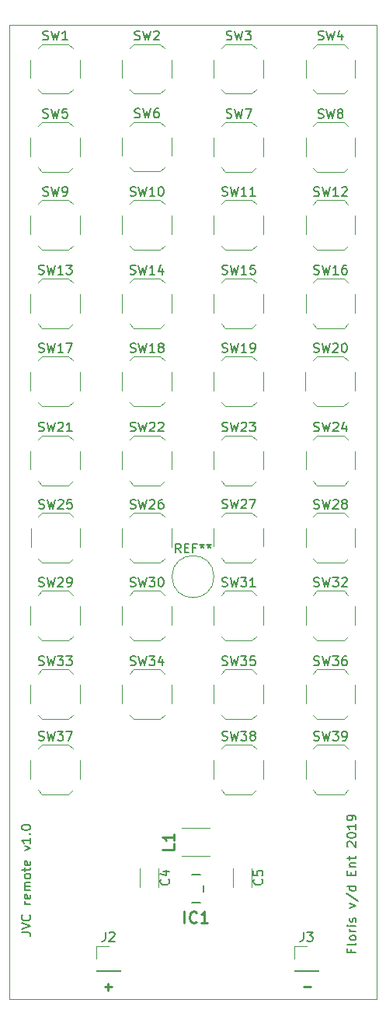
<source format=gbr>
G04 #@! TF.GenerationSoftware,KiCad,Pcbnew,(5.1.0)-1*
G04 #@! TF.CreationDate,2019-03-25T17:59:43+01:00*
G04 #@! TF.ProjectId,jvc_remote,6a76635f-7265-46d6-9f74-652e6b696361,rev?*
G04 #@! TF.SameCoordinates,Original*
G04 #@! TF.FileFunction,Legend,Top*
G04 #@! TF.FilePolarity,Positive*
%FSLAX46Y46*%
G04 Gerber Fmt 4.6, Leading zero omitted, Abs format (unit mm)*
G04 Created by KiCad (PCBNEW (5.1.0)-1) date 2019-03-25 17:59:43*
%MOMM*%
%LPD*%
G04 APERTURE LIST*
%ADD10C,0.250000*%
%ADD11C,0.150000*%
%ADD12C,0.050000*%
%ADD13C,0.120000*%
%ADD14C,0.100000*%
%ADD15C,0.152400*%
%ADD16C,0.254000*%
G04 APERTURE END LIST*
D10*
X108238047Y-138319428D02*
X108999952Y-138319428D01*
X86578047Y-138319428D02*
X87339952Y-138319428D01*
X86959000Y-138700380D02*
X86959000Y-137938476D01*
D11*
X77516380Y-132411476D02*
X78230666Y-132411476D01*
X78373523Y-132459095D01*
X78468761Y-132554333D01*
X78516380Y-132697190D01*
X78516380Y-132792428D01*
X77516380Y-132078142D02*
X78516380Y-131744809D01*
X77516380Y-131411476D01*
X78421142Y-130506714D02*
X78468761Y-130554333D01*
X78516380Y-130697190D01*
X78516380Y-130792428D01*
X78468761Y-130935285D01*
X78373523Y-131030523D01*
X78278285Y-131078142D01*
X78087809Y-131125761D01*
X77944952Y-131125761D01*
X77754476Y-131078142D01*
X77659238Y-131030523D01*
X77564000Y-130935285D01*
X77516380Y-130792428D01*
X77516380Y-130697190D01*
X77564000Y-130554333D01*
X77611619Y-130506714D01*
X78516380Y-129316238D02*
X77849714Y-129316238D01*
X78040190Y-129316238D02*
X77944952Y-129268619D01*
X77897333Y-129221000D01*
X77849714Y-129125761D01*
X77849714Y-129030523D01*
X78468761Y-128316238D02*
X78516380Y-128411476D01*
X78516380Y-128601952D01*
X78468761Y-128697190D01*
X78373523Y-128744809D01*
X77992571Y-128744809D01*
X77897333Y-128697190D01*
X77849714Y-128601952D01*
X77849714Y-128411476D01*
X77897333Y-128316238D01*
X77992571Y-128268619D01*
X78087809Y-128268619D01*
X78183047Y-128744809D01*
X78516380Y-127840047D02*
X77849714Y-127840047D01*
X77944952Y-127840047D02*
X77897333Y-127792428D01*
X77849714Y-127697190D01*
X77849714Y-127554333D01*
X77897333Y-127459095D01*
X77992571Y-127411476D01*
X78516380Y-127411476D01*
X77992571Y-127411476D02*
X77897333Y-127363857D01*
X77849714Y-127268619D01*
X77849714Y-127125761D01*
X77897333Y-127030523D01*
X77992571Y-126982904D01*
X78516380Y-126982904D01*
X78516380Y-126363857D02*
X78468761Y-126459095D01*
X78421142Y-126506714D01*
X78325904Y-126554333D01*
X78040190Y-126554333D01*
X77944952Y-126506714D01*
X77897333Y-126459095D01*
X77849714Y-126363857D01*
X77849714Y-126221000D01*
X77897333Y-126125761D01*
X77944952Y-126078142D01*
X78040190Y-126030523D01*
X78325904Y-126030523D01*
X78421142Y-126078142D01*
X78468761Y-126125761D01*
X78516380Y-126221000D01*
X78516380Y-126363857D01*
X77849714Y-125744809D02*
X77849714Y-125363857D01*
X77516380Y-125601952D02*
X78373523Y-125601952D01*
X78468761Y-125554333D01*
X78516380Y-125459095D01*
X78516380Y-125363857D01*
X78468761Y-124649571D02*
X78516380Y-124744809D01*
X78516380Y-124935285D01*
X78468761Y-125030523D01*
X78373523Y-125078142D01*
X77992571Y-125078142D01*
X77897333Y-125030523D01*
X77849714Y-124935285D01*
X77849714Y-124744809D01*
X77897333Y-124649571D01*
X77992571Y-124601952D01*
X78087809Y-124601952D01*
X78183047Y-125078142D01*
X77849714Y-123506714D02*
X78516380Y-123268619D01*
X77849714Y-123030523D01*
X78516380Y-122125761D02*
X78516380Y-122697190D01*
X78516380Y-122411476D02*
X77516380Y-122411476D01*
X77659238Y-122506714D01*
X77754476Y-122601952D01*
X77802095Y-122697190D01*
X78421142Y-121697190D02*
X78468761Y-121649571D01*
X78516380Y-121697190D01*
X78468761Y-121744809D01*
X78421142Y-121697190D01*
X78516380Y-121697190D01*
X77516380Y-121030523D02*
X77516380Y-120935285D01*
X77564000Y-120840047D01*
X77611619Y-120792428D01*
X77706857Y-120744809D01*
X77897333Y-120697190D01*
X78135428Y-120697190D01*
X78325904Y-120744809D01*
X78421142Y-120792428D01*
X78468761Y-120840047D01*
X78516380Y-120935285D01*
X78516380Y-121030523D01*
X78468761Y-121125761D01*
X78421142Y-121173380D01*
X78325904Y-121221000D01*
X78135428Y-121268619D01*
X77897333Y-121268619D01*
X77706857Y-121221000D01*
X77611619Y-121173380D01*
X77564000Y-121125761D01*
X77516380Y-121030523D01*
X113454571Y-134274047D02*
X113454571Y-134607380D01*
X113978380Y-134607380D02*
X112978380Y-134607380D01*
X112978380Y-134131190D01*
X113978380Y-133607380D02*
X113930761Y-133702619D01*
X113835523Y-133750238D01*
X112978380Y-133750238D01*
X113978380Y-133083571D02*
X113930761Y-133178809D01*
X113883142Y-133226428D01*
X113787904Y-133274047D01*
X113502190Y-133274047D01*
X113406952Y-133226428D01*
X113359333Y-133178809D01*
X113311714Y-133083571D01*
X113311714Y-132940714D01*
X113359333Y-132845476D01*
X113406952Y-132797857D01*
X113502190Y-132750238D01*
X113787904Y-132750238D01*
X113883142Y-132797857D01*
X113930761Y-132845476D01*
X113978380Y-132940714D01*
X113978380Y-133083571D01*
X113978380Y-132321666D02*
X113311714Y-132321666D01*
X113502190Y-132321666D02*
X113406952Y-132274047D01*
X113359333Y-132226428D01*
X113311714Y-132131190D01*
X113311714Y-132035952D01*
X113978380Y-131702619D02*
X113311714Y-131702619D01*
X112978380Y-131702619D02*
X113026000Y-131750238D01*
X113073619Y-131702619D01*
X113026000Y-131655000D01*
X112978380Y-131702619D01*
X113073619Y-131702619D01*
X113930761Y-131274047D02*
X113978380Y-131178809D01*
X113978380Y-130988333D01*
X113930761Y-130893095D01*
X113835523Y-130845476D01*
X113787904Y-130845476D01*
X113692666Y-130893095D01*
X113645047Y-130988333D01*
X113645047Y-131131190D01*
X113597428Y-131226428D01*
X113502190Y-131274047D01*
X113454571Y-131274047D01*
X113359333Y-131226428D01*
X113311714Y-131131190D01*
X113311714Y-130988333D01*
X113359333Y-130893095D01*
X113311714Y-129750238D02*
X113978380Y-129512142D01*
X113311714Y-129274047D01*
X112930761Y-128178809D02*
X114216476Y-129035952D01*
X113978380Y-127416904D02*
X112978380Y-127416904D01*
X113930761Y-127416904D02*
X113978380Y-127512142D01*
X113978380Y-127702619D01*
X113930761Y-127797857D01*
X113883142Y-127845476D01*
X113787904Y-127893095D01*
X113502190Y-127893095D01*
X113406952Y-127845476D01*
X113359333Y-127797857D01*
X113311714Y-127702619D01*
X113311714Y-127512142D01*
X113359333Y-127416904D01*
X113454571Y-126178809D02*
X113454571Y-125845476D01*
X113978380Y-125702619D02*
X113978380Y-126178809D01*
X112978380Y-126178809D01*
X112978380Y-125702619D01*
X113311714Y-125274047D02*
X113978380Y-125274047D01*
X113406952Y-125274047D02*
X113359333Y-125226428D01*
X113311714Y-125131190D01*
X113311714Y-124988333D01*
X113359333Y-124893095D01*
X113454571Y-124845476D01*
X113978380Y-124845476D01*
X113311714Y-124512142D02*
X113311714Y-124131190D01*
X112978380Y-124369285D02*
X113835523Y-124369285D01*
X113930761Y-124321666D01*
X113978380Y-124226428D01*
X113978380Y-124131190D01*
X113073619Y-123083571D02*
X113026000Y-123035952D01*
X112978380Y-122940714D01*
X112978380Y-122702619D01*
X113026000Y-122607380D01*
X113073619Y-122559761D01*
X113168857Y-122512142D01*
X113264095Y-122512142D01*
X113406952Y-122559761D01*
X113978380Y-123131190D01*
X113978380Y-122512142D01*
X112978380Y-121893095D02*
X112978380Y-121797857D01*
X113026000Y-121702619D01*
X113073619Y-121655000D01*
X113168857Y-121607380D01*
X113359333Y-121559761D01*
X113597428Y-121559761D01*
X113787904Y-121607380D01*
X113883142Y-121655000D01*
X113930761Y-121702619D01*
X113978380Y-121797857D01*
X113978380Y-121893095D01*
X113930761Y-121988333D01*
X113883142Y-122035952D01*
X113787904Y-122083571D01*
X113597428Y-122131190D01*
X113359333Y-122131190D01*
X113168857Y-122083571D01*
X113073619Y-122035952D01*
X113026000Y-121988333D01*
X112978380Y-121893095D01*
X113978380Y-120607380D02*
X113978380Y-121178809D01*
X113978380Y-120893095D02*
X112978380Y-120893095D01*
X113121238Y-120988333D01*
X113216476Y-121083571D01*
X113264095Y-121178809D01*
X113978380Y-120131190D02*
X113978380Y-119940714D01*
X113930761Y-119845476D01*
X113883142Y-119797857D01*
X113740285Y-119702619D01*
X113549809Y-119655000D01*
X113168857Y-119655000D01*
X113073619Y-119702619D01*
X113026000Y-119750238D01*
X112978380Y-119845476D01*
X112978380Y-120035952D01*
X113026000Y-120131190D01*
X113073619Y-120178809D01*
X113168857Y-120226428D01*
X113406952Y-120226428D01*
X113502190Y-120178809D01*
X113549809Y-120131190D01*
X113597428Y-120035952D01*
X113597428Y-119845476D01*
X113549809Y-119750238D01*
X113502190Y-119702619D01*
X113406952Y-119655000D01*
D12*
X76200000Y-139700000D02*
X76200000Y-33655000D01*
X116205000Y-139700000D02*
X76200000Y-139700000D01*
X116205000Y-33655000D02*
X116205000Y-139700000D01*
X76200000Y-33655000D02*
X116205000Y-33655000D01*
D13*
X98496000Y-93700000D02*
G75*
G03X98496000Y-93700000I-2286000J0D01*
G01*
X109751200Y-111981000D02*
X112651200Y-111981000D01*
X109301200Y-112431000D02*
X109751200Y-111981000D01*
X108501200Y-115681000D02*
X108501200Y-113681000D01*
X109751200Y-117381000D02*
X109301200Y-116931000D01*
X112651200Y-117381000D02*
X109751200Y-117381000D01*
X113101200Y-116931000D02*
X112651200Y-117381000D01*
X113901200Y-113681000D02*
X113901200Y-115681000D01*
X112651200Y-111981000D02*
X113101200Y-112431000D01*
X99743600Y-111981000D02*
X102643600Y-111981000D01*
X99293600Y-112431000D02*
X99743600Y-111981000D01*
X98493600Y-115681000D02*
X98493600Y-113681000D01*
X99743600Y-117381000D02*
X99293600Y-116931000D01*
X102643600Y-117381000D02*
X99743600Y-117381000D01*
X103093600Y-116931000D02*
X102643600Y-117381000D01*
X103893600Y-113681000D02*
X103893600Y-115681000D01*
X102643600Y-111981000D02*
X103093600Y-112431000D01*
X79753800Y-111981000D02*
X82653800Y-111981000D01*
X79303800Y-112431000D02*
X79753800Y-111981000D01*
X78503800Y-115681000D02*
X78503800Y-113681000D01*
X79753800Y-117381000D02*
X79303800Y-116931000D01*
X82653800Y-117381000D02*
X79753800Y-117381000D01*
X83103800Y-116931000D02*
X82653800Y-117381000D01*
X83903800Y-113681000D02*
X83903800Y-115681000D01*
X82653800Y-111981000D02*
X83103800Y-112431000D01*
X109751200Y-103802200D02*
X112651200Y-103802200D01*
X109301200Y-104252200D02*
X109751200Y-103802200D01*
X108501200Y-107502200D02*
X108501200Y-105502200D01*
X109751200Y-109202200D02*
X109301200Y-108752200D01*
X112651200Y-109202200D02*
X109751200Y-109202200D01*
X113101200Y-108752200D02*
X112651200Y-109202200D01*
X113901200Y-105502200D02*
X113901200Y-107502200D01*
X112651200Y-103802200D02*
X113101200Y-104252200D01*
X99743600Y-103802200D02*
X102643600Y-103802200D01*
X99293600Y-104252200D02*
X99743600Y-103802200D01*
X98493600Y-107502200D02*
X98493600Y-105502200D01*
X99743600Y-109202200D02*
X99293600Y-108752200D01*
X102643600Y-109202200D02*
X99743600Y-109202200D01*
X103093600Y-108752200D02*
X102643600Y-109202200D01*
X103893600Y-105502200D02*
X103893600Y-107502200D01*
X102643600Y-103802200D02*
X103093600Y-104252200D01*
X89736000Y-103802200D02*
X92636000Y-103802200D01*
X89286000Y-104252200D02*
X89736000Y-103802200D01*
X88486000Y-107502200D02*
X88486000Y-105502200D01*
X89736000Y-109202200D02*
X89286000Y-108752200D01*
X92636000Y-109202200D02*
X89736000Y-109202200D01*
X93086000Y-108752200D02*
X92636000Y-109202200D01*
X93886000Y-105502200D02*
X93886000Y-107502200D01*
X92636000Y-103802200D02*
X93086000Y-104252200D01*
X79753800Y-103802200D02*
X82653800Y-103802200D01*
X79303800Y-104252200D02*
X79753800Y-103802200D01*
X78503800Y-107502200D02*
X78503800Y-105502200D01*
X79753800Y-109202200D02*
X79303800Y-108752200D01*
X82653800Y-109202200D02*
X79753800Y-109202200D01*
X83103800Y-108752200D02*
X82653800Y-109202200D01*
X83903800Y-105502200D02*
X83903800Y-107502200D01*
X82653800Y-103802200D02*
X83103800Y-104252200D01*
X109751200Y-95242400D02*
X112651200Y-95242400D01*
X109301200Y-95692400D02*
X109751200Y-95242400D01*
X108501200Y-98942400D02*
X108501200Y-96942400D01*
X109751200Y-100642400D02*
X109301200Y-100192400D01*
X112651200Y-100642400D02*
X109751200Y-100642400D01*
X113101200Y-100192400D02*
X112651200Y-100642400D01*
X113901200Y-96942400D02*
X113901200Y-98942400D01*
X112651200Y-95242400D02*
X113101200Y-95692400D01*
X99743600Y-95242400D02*
X102643600Y-95242400D01*
X99293600Y-95692400D02*
X99743600Y-95242400D01*
X98493600Y-98942400D02*
X98493600Y-96942400D01*
X99743600Y-100642400D02*
X99293600Y-100192400D01*
X102643600Y-100642400D02*
X99743600Y-100642400D01*
X103093600Y-100192400D02*
X102643600Y-100642400D01*
X103893600Y-96942400D02*
X103893600Y-98942400D01*
X102643600Y-95242400D02*
X103093600Y-95692400D01*
X89736000Y-95242400D02*
X92636000Y-95242400D01*
X89286000Y-95692400D02*
X89736000Y-95242400D01*
X88486000Y-98942400D02*
X88486000Y-96942400D01*
X89736000Y-100642400D02*
X89286000Y-100192400D01*
X92636000Y-100642400D02*
X89736000Y-100642400D01*
X93086000Y-100192400D02*
X92636000Y-100642400D01*
X93886000Y-96942400D02*
X93886000Y-98942400D01*
X92636000Y-95242400D02*
X93086000Y-95692400D01*
X79753800Y-95242400D02*
X82653800Y-95242400D01*
X79303800Y-95692400D02*
X79753800Y-95242400D01*
X78503800Y-98942400D02*
X78503800Y-96942400D01*
X79753800Y-100642400D02*
X79303800Y-100192400D01*
X82653800Y-100642400D02*
X79753800Y-100642400D01*
X83103800Y-100192400D02*
X82653800Y-100642400D01*
X83903800Y-96942400D02*
X83903800Y-98942400D01*
X82653800Y-95242400D02*
X83103800Y-95692400D01*
X109751200Y-86758800D02*
X112651200Y-86758800D01*
X109301200Y-87208800D02*
X109751200Y-86758800D01*
X108501200Y-90458800D02*
X108501200Y-88458800D01*
X109751200Y-92158800D02*
X109301200Y-91708800D01*
X112651200Y-92158800D02*
X109751200Y-92158800D01*
X113101200Y-91708800D02*
X112651200Y-92158800D01*
X113901200Y-88458800D02*
X113901200Y-90458800D01*
X112651200Y-86758800D02*
X113101200Y-87208800D01*
X99743600Y-86733400D02*
X102643600Y-86733400D01*
X99293600Y-87183400D02*
X99743600Y-86733400D01*
X98493600Y-90433400D02*
X98493600Y-88433400D01*
X99743600Y-92133400D02*
X99293600Y-91683400D01*
X102643600Y-92133400D02*
X99743600Y-92133400D01*
X103093600Y-91683400D02*
X102643600Y-92133400D01*
X103893600Y-88433400D02*
X103893600Y-90433400D01*
X102643600Y-86733400D02*
X103093600Y-87183400D01*
X89736000Y-86758800D02*
X92636000Y-86758800D01*
X89286000Y-87208800D02*
X89736000Y-86758800D01*
X88486000Y-90458800D02*
X88486000Y-88458800D01*
X89736000Y-92158800D02*
X89286000Y-91708800D01*
X92636000Y-92158800D02*
X89736000Y-92158800D01*
X93086000Y-91708800D02*
X92636000Y-92158800D01*
X93886000Y-88458800D02*
X93886000Y-90458800D01*
X92636000Y-86758800D02*
X93086000Y-87208800D01*
X79779200Y-86758800D02*
X82679200Y-86758800D01*
X79329200Y-87208800D02*
X79779200Y-86758800D01*
X78529200Y-90458800D02*
X78529200Y-88458800D01*
X79779200Y-92158800D02*
X79329200Y-91708800D01*
X82679200Y-92158800D02*
X79779200Y-92158800D01*
X83129200Y-91708800D02*
X82679200Y-92158800D01*
X83929200Y-88458800D02*
X83929200Y-90458800D01*
X82679200Y-86758800D02*
X83129200Y-87208800D01*
X109751200Y-78351400D02*
X112651200Y-78351400D01*
X109301200Y-78801400D02*
X109751200Y-78351400D01*
X108501200Y-82051400D02*
X108501200Y-80051400D01*
X109751200Y-83751400D02*
X109301200Y-83301400D01*
X112651200Y-83751400D02*
X109751200Y-83751400D01*
X113101200Y-83301400D02*
X112651200Y-83751400D01*
X113901200Y-80051400D02*
X113901200Y-82051400D01*
X112651200Y-78351400D02*
X113101200Y-78801400D01*
X99743600Y-78351400D02*
X102643600Y-78351400D01*
X99293600Y-78801400D02*
X99743600Y-78351400D01*
X98493600Y-82051400D02*
X98493600Y-80051400D01*
X99743600Y-83751400D02*
X99293600Y-83301400D01*
X102643600Y-83751400D02*
X99743600Y-83751400D01*
X103093600Y-83301400D02*
X102643600Y-83751400D01*
X103893600Y-80051400D02*
X103893600Y-82051400D01*
X102643600Y-78351400D02*
X103093600Y-78801400D01*
X89736000Y-78351400D02*
X92636000Y-78351400D01*
X89286000Y-78801400D02*
X89736000Y-78351400D01*
X88486000Y-82051400D02*
X88486000Y-80051400D01*
X89736000Y-83751400D02*
X89286000Y-83301400D01*
X92636000Y-83751400D02*
X89736000Y-83751400D01*
X93086000Y-83301400D02*
X92636000Y-83751400D01*
X93886000Y-80051400D02*
X93886000Y-82051400D01*
X92636000Y-78351400D02*
X93086000Y-78801400D01*
X79753800Y-78351400D02*
X82653800Y-78351400D01*
X79303800Y-78801400D02*
X79753800Y-78351400D01*
X78503800Y-82051400D02*
X78503800Y-80051400D01*
X79753800Y-83751400D02*
X79303800Y-83301400D01*
X82653800Y-83751400D02*
X79753800Y-83751400D01*
X83103800Y-83301400D02*
X82653800Y-83751400D01*
X83903800Y-80051400D02*
X83903800Y-82051400D01*
X82653800Y-78351400D02*
X83103800Y-78801400D01*
X109725800Y-69740800D02*
X112625800Y-69740800D01*
X109275800Y-70190800D02*
X109725800Y-69740800D01*
X108475800Y-73440800D02*
X108475800Y-71440800D01*
X109725800Y-75140800D02*
X109275800Y-74690800D01*
X112625800Y-75140800D02*
X109725800Y-75140800D01*
X113075800Y-74690800D02*
X112625800Y-75140800D01*
X113875800Y-71440800D02*
X113875800Y-73440800D01*
X112625800Y-69740800D02*
X113075800Y-70190800D01*
X99743600Y-69740800D02*
X102643600Y-69740800D01*
X99293600Y-70190800D02*
X99743600Y-69740800D01*
X98493600Y-73440800D02*
X98493600Y-71440800D01*
X99743600Y-75140800D02*
X99293600Y-74690800D01*
X102643600Y-75140800D02*
X99743600Y-75140800D01*
X103093600Y-74690800D02*
X102643600Y-75140800D01*
X103893600Y-71440800D02*
X103893600Y-73440800D01*
X102643600Y-69740800D02*
X103093600Y-70190800D01*
X89736000Y-69740800D02*
X92636000Y-69740800D01*
X89286000Y-70190800D02*
X89736000Y-69740800D01*
X88486000Y-73440800D02*
X88486000Y-71440800D01*
X89736000Y-75140800D02*
X89286000Y-74690800D01*
X92636000Y-75140800D02*
X89736000Y-75140800D01*
X93086000Y-74690800D02*
X92636000Y-75140800D01*
X93886000Y-71440800D02*
X93886000Y-73440800D01*
X92636000Y-69740800D02*
X93086000Y-70190800D01*
X79753800Y-69740800D02*
X82653800Y-69740800D01*
X79303800Y-70190800D02*
X79753800Y-69740800D01*
X78503800Y-73440800D02*
X78503800Y-71440800D01*
X79753800Y-75140800D02*
X79303800Y-74690800D01*
X82653800Y-75140800D02*
X79753800Y-75140800D01*
X83103800Y-74690800D02*
X82653800Y-75140800D01*
X83903800Y-71440800D02*
X83903800Y-73440800D01*
X82653800Y-69740800D02*
X83103800Y-70190800D01*
X109751200Y-61257200D02*
X112651200Y-61257200D01*
X109301200Y-61707200D02*
X109751200Y-61257200D01*
X108501200Y-64957200D02*
X108501200Y-62957200D01*
X109751200Y-66657200D02*
X109301200Y-66207200D01*
X112651200Y-66657200D02*
X109751200Y-66657200D01*
X113101200Y-66207200D02*
X112651200Y-66657200D01*
X113901200Y-62957200D02*
X113901200Y-64957200D01*
X112651200Y-61257200D02*
X113101200Y-61707200D01*
X99743600Y-61257200D02*
X102643600Y-61257200D01*
X99293600Y-61707200D02*
X99743600Y-61257200D01*
X98493600Y-64957200D02*
X98493600Y-62957200D01*
X99743600Y-66657200D02*
X99293600Y-66207200D01*
X102643600Y-66657200D02*
X99743600Y-66657200D01*
X103093600Y-66207200D02*
X102643600Y-66657200D01*
X103893600Y-62957200D02*
X103893600Y-64957200D01*
X102643600Y-61257200D02*
X103093600Y-61707200D01*
X89736000Y-61257200D02*
X92636000Y-61257200D01*
X89286000Y-61707200D02*
X89736000Y-61257200D01*
X88486000Y-64957200D02*
X88486000Y-62957200D01*
X89736000Y-66657200D02*
X89286000Y-66207200D01*
X92636000Y-66657200D02*
X89736000Y-66657200D01*
X93086000Y-66207200D02*
X92636000Y-66657200D01*
X93886000Y-62957200D02*
X93886000Y-64957200D01*
X92636000Y-61257200D02*
X93086000Y-61707200D01*
X79753800Y-61257200D02*
X82653800Y-61257200D01*
X79303800Y-61707200D02*
X79753800Y-61257200D01*
X78503800Y-64957200D02*
X78503800Y-62957200D01*
X79753800Y-66657200D02*
X79303800Y-66207200D01*
X82653800Y-66657200D02*
X79753800Y-66657200D01*
X83103800Y-66207200D02*
X82653800Y-66657200D01*
X83903800Y-62957200D02*
X83903800Y-64957200D01*
X82653800Y-61257200D02*
X83103800Y-61707200D01*
X109751200Y-52748200D02*
X112651200Y-52748200D01*
X109301200Y-53198200D02*
X109751200Y-52748200D01*
X108501200Y-56448200D02*
X108501200Y-54448200D01*
X109751200Y-58148200D02*
X109301200Y-57698200D01*
X112651200Y-58148200D02*
X109751200Y-58148200D01*
X113101200Y-57698200D02*
X112651200Y-58148200D01*
X113901200Y-54448200D02*
X113901200Y-56448200D01*
X112651200Y-52748200D02*
X113101200Y-53198200D01*
X99743600Y-52722800D02*
X102643600Y-52722800D01*
X99293600Y-53172800D02*
X99743600Y-52722800D01*
X98493600Y-56422800D02*
X98493600Y-54422800D01*
X99743600Y-58122800D02*
X99293600Y-57672800D01*
X102643600Y-58122800D02*
X99743600Y-58122800D01*
X103093600Y-57672800D02*
X102643600Y-58122800D01*
X103893600Y-54422800D02*
X103893600Y-56422800D01*
X102643600Y-52722800D02*
X103093600Y-53172800D01*
X89736000Y-52722800D02*
X92636000Y-52722800D01*
X89286000Y-53172800D02*
X89736000Y-52722800D01*
X88486000Y-56422800D02*
X88486000Y-54422800D01*
X89736000Y-58122800D02*
X89286000Y-57672800D01*
X92636000Y-58122800D02*
X89736000Y-58122800D01*
X93086000Y-57672800D02*
X92636000Y-58122800D01*
X93886000Y-54422800D02*
X93886000Y-56422800D01*
X92636000Y-52722800D02*
X93086000Y-53172800D01*
X79753800Y-52722800D02*
X82653800Y-52722800D01*
X79303800Y-53172800D02*
X79753800Y-52722800D01*
X78503800Y-56422800D02*
X78503800Y-54422800D01*
X79753800Y-58122800D02*
X79303800Y-57672800D01*
X82653800Y-58122800D02*
X79753800Y-58122800D01*
X83103800Y-57672800D02*
X82653800Y-58122800D01*
X83903800Y-54422800D02*
X83903800Y-56422800D01*
X82653800Y-52722800D02*
X83103800Y-53172800D01*
X109751200Y-44264600D02*
X112651200Y-44264600D01*
X109301200Y-44714600D02*
X109751200Y-44264600D01*
X108501200Y-47964600D02*
X108501200Y-45964600D01*
X109751200Y-49664600D02*
X109301200Y-49214600D01*
X112651200Y-49664600D02*
X109751200Y-49664600D01*
X113101200Y-49214600D02*
X112651200Y-49664600D01*
X113901200Y-45964600D02*
X113901200Y-47964600D01*
X112651200Y-44264600D02*
X113101200Y-44714600D01*
X99743600Y-44239200D02*
X102643600Y-44239200D01*
X99293600Y-44689200D02*
X99743600Y-44239200D01*
X98493600Y-47939200D02*
X98493600Y-45939200D01*
X99743600Y-49639200D02*
X99293600Y-49189200D01*
X102643600Y-49639200D02*
X99743600Y-49639200D01*
X103093600Y-49189200D02*
X102643600Y-49639200D01*
X103893600Y-45939200D02*
X103893600Y-47939200D01*
X102643600Y-44239200D02*
X103093600Y-44689200D01*
X89736000Y-44213800D02*
X92636000Y-44213800D01*
X89286000Y-44663800D02*
X89736000Y-44213800D01*
X88486000Y-47913800D02*
X88486000Y-45913800D01*
X89736000Y-49613800D02*
X89286000Y-49163800D01*
X92636000Y-49613800D02*
X89736000Y-49613800D01*
X93086000Y-49163800D02*
X92636000Y-49613800D01*
X93886000Y-45913800D02*
X93886000Y-47913800D01*
X92636000Y-44213800D02*
X93086000Y-44663800D01*
X79753800Y-44239200D02*
X82653800Y-44239200D01*
X79303800Y-44689200D02*
X79753800Y-44239200D01*
X78503800Y-47939200D02*
X78503800Y-45939200D01*
X79753800Y-49639200D02*
X79303800Y-49189200D01*
X82653800Y-49639200D02*
X79753800Y-49639200D01*
X83103800Y-49189200D02*
X82653800Y-49639200D01*
X83903800Y-45939200D02*
X83903800Y-47939200D01*
X82653800Y-44239200D02*
X83103800Y-44689200D01*
X109751200Y-35755600D02*
X112651200Y-35755600D01*
X109301200Y-36205600D02*
X109751200Y-35755600D01*
X108501200Y-39455600D02*
X108501200Y-37455600D01*
X109751200Y-41155600D02*
X109301200Y-40705600D01*
X112651200Y-41155600D02*
X109751200Y-41155600D01*
X113101200Y-40705600D02*
X112651200Y-41155600D01*
X113901200Y-37455600D02*
X113901200Y-39455600D01*
X112651200Y-35755600D02*
X113101200Y-36205600D01*
X99743600Y-35755600D02*
X102643600Y-35755600D01*
X99293600Y-36205600D02*
X99743600Y-35755600D01*
X98493600Y-39455600D02*
X98493600Y-37455600D01*
X99743600Y-41155600D02*
X99293600Y-40705600D01*
X102643600Y-41155600D02*
X99743600Y-41155600D01*
X103093600Y-40705600D02*
X102643600Y-41155600D01*
X103893600Y-37455600D02*
X103893600Y-39455600D01*
X102643600Y-35755600D02*
X103093600Y-36205600D01*
X89736000Y-35755600D02*
X92636000Y-35755600D01*
X89286000Y-36205600D02*
X89736000Y-35755600D01*
X88486000Y-39455600D02*
X88486000Y-37455600D01*
X89736000Y-41155600D02*
X89286000Y-40705600D01*
X92636000Y-41155600D02*
X89736000Y-41155600D01*
X93086000Y-40705600D02*
X92636000Y-41155600D01*
X93886000Y-37455600D02*
X93886000Y-39455600D01*
X92636000Y-35755600D02*
X93086000Y-36205600D01*
X79753800Y-35755600D02*
X82653800Y-35755600D01*
X79303800Y-36205600D02*
X79753800Y-35755600D01*
X78503800Y-39455600D02*
X78503800Y-37455600D01*
X79753800Y-41155600D02*
X79303800Y-40705600D01*
X82653800Y-41155600D02*
X79753800Y-41155600D01*
X83103800Y-40705600D02*
X82653800Y-41155600D01*
X83903800Y-37455600D02*
X83903800Y-39455600D01*
X82653800Y-35755600D02*
X83103800Y-36205600D01*
D14*
X98020000Y-124055000D02*
X95020000Y-124055000D01*
X98020000Y-121055000D02*
X95020000Y-121055000D01*
D13*
X92460000Y-127460000D02*
X92460000Y-125460000D01*
X90420000Y-125460000D02*
X90420000Y-127460000D01*
X100580000Y-125460000D02*
X100580000Y-127460000D01*
X102620000Y-127460000D02*
X102620000Y-125460000D01*
D15*
X96062800Y-129133600D02*
X96977200Y-129133600D01*
X97332800Y-127990600D02*
X97332800Y-127279400D01*
X96977200Y-126136400D02*
X96824800Y-126136400D01*
X96824800Y-126136400D02*
X96215200Y-126136400D01*
X96215200Y-126136400D02*
X96062800Y-126136400D01*
D13*
X85665000Y-136585000D02*
X88325000Y-136585000D01*
X85665000Y-136525000D02*
X85665000Y-136585000D01*
X88325000Y-136525000D02*
X88325000Y-136585000D01*
X85665000Y-136525000D02*
X88325000Y-136525000D01*
X85665000Y-135255000D02*
X85665000Y-133925000D01*
X85665000Y-133925000D02*
X86995000Y-133925000D01*
X107255000Y-133925000D02*
X108585000Y-133925000D01*
X107255000Y-135255000D02*
X107255000Y-133925000D01*
X107255000Y-136525000D02*
X109915000Y-136525000D01*
X109915000Y-136525000D02*
X109915000Y-136585000D01*
X107255000Y-136525000D02*
X107255000Y-136585000D01*
X107255000Y-136585000D02*
X109915000Y-136585000D01*
D11*
X94876666Y-91104380D02*
X94543333Y-90628190D01*
X94305238Y-91104380D02*
X94305238Y-90104380D01*
X94686190Y-90104380D01*
X94781428Y-90152000D01*
X94829047Y-90199619D01*
X94876666Y-90294857D01*
X94876666Y-90437714D01*
X94829047Y-90532952D01*
X94781428Y-90580571D01*
X94686190Y-90628190D01*
X94305238Y-90628190D01*
X95305238Y-90580571D02*
X95638571Y-90580571D01*
X95781428Y-91104380D02*
X95305238Y-91104380D01*
X95305238Y-90104380D01*
X95781428Y-90104380D01*
X96543333Y-90580571D02*
X96210000Y-90580571D01*
X96210000Y-91104380D02*
X96210000Y-90104380D01*
X96686190Y-90104380D01*
X97210000Y-90104380D02*
X97210000Y-90342476D01*
X96971904Y-90247238D02*
X97210000Y-90342476D01*
X97448095Y-90247238D01*
X97067142Y-90532952D02*
X97210000Y-90342476D01*
X97352857Y-90532952D01*
X97971904Y-90104380D02*
X97971904Y-90342476D01*
X97733809Y-90247238D02*
X97971904Y-90342476D01*
X98210000Y-90247238D01*
X97829047Y-90532952D02*
X97971904Y-90342476D01*
X98114761Y-90532952D01*
X109391676Y-111485761D02*
X109534533Y-111533380D01*
X109772628Y-111533380D01*
X109867866Y-111485761D01*
X109915485Y-111438142D01*
X109963104Y-111342904D01*
X109963104Y-111247666D01*
X109915485Y-111152428D01*
X109867866Y-111104809D01*
X109772628Y-111057190D01*
X109582152Y-111009571D01*
X109486914Y-110961952D01*
X109439295Y-110914333D01*
X109391676Y-110819095D01*
X109391676Y-110723857D01*
X109439295Y-110628619D01*
X109486914Y-110581000D01*
X109582152Y-110533380D01*
X109820247Y-110533380D01*
X109963104Y-110581000D01*
X110296438Y-110533380D02*
X110534533Y-111533380D01*
X110725009Y-110819095D01*
X110915485Y-111533380D01*
X111153580Y-110533380D01*
X111439295Y-110533380D02*
X112058342Y-110533380D01*
X111725009Y-110914333D01*
X111867866Y-110914333D01*
X111963104Y-110961952D01*
X112010723Y-111009571D01*
X112058342Y-111104809D01*
X112058342Y-111342904D01*
X112010723Y-111438142D01*
X111963104Y-111485761D01*
X111867866Y-111533380D01*
X111582152Y-111533380D01*
X111486914Y-111485761D01*
X111439295Y-111438142D01*
X112534533Y-111533380D02*
X112725009Y-111533380D01*
X112820247Y-111485761D01*
X112867866Y-111438142D01*
X112963104Y-111295285D01*
X113010723Y-111104809D01*
X113010723Y-110723857D01*
X112963104Y-110628619D01*
X112915485Y-110581000D01*
X112820247Y-110533380D01*
X112629771Y-110533380D01*
X112534533Y-110581000D01*
X112486914Y-110628619D01*
X112439295Y-110723857D01*
X112439295Y-110961952D01*
X112486914Y-111057190D01*
X112534533Y-111104809D01*
X112629771Y-111152428D01*
X112820247Y-111152428D01*
X112915485Y-111104809D01*
X112963104Y-111057190D01*
X113010723Y-110961952D01*
X99384076Y-111485761D02*
X99526933Y-111533380D01*
X99765028Y-111533380D01*
X99860266Y-111485761D01*
X99907885Y-111438142D01*
X99955504Y-111342904D01*
X99955504Y-111247666D01*
X99907885Y-111152428D01*
X99860266Y-111104809D01*
X99765028Y-111057190D01*
X99574552Y-111009571D01*
X99479314Y-110961952D01*
X99431695Y-110914333D01*
X99384076Y-110819095D01*
X99384076Y-110723857D01*
X99431695Y-110628619D01*
X99479314Y-110581000D01*
X99574552Y-110533380D01*
X99812647Y-110533380D01*
X99955504Y-110581000D01*
X100288838Y-110533380D02*
X100526933Y-111533380D01*
X100717409Y-110819095D01*
X100907885Y-111533380D01*
X101145980Y-110533380D01*
X101431695Y-110533380D02*
X102050742Y-110533380D01*
X101717409Y-110914333D01*
X101860266Y-110914333D01*
X101955504Y-110961952D01*
X102003123Y-111009571D01*
X102050742Y-111104809D01*
X102050742Y-111342904D01*
X102003123Y-111438142D01*
X101955504Y-111485761D01*
X101860266Y-111533380D01*
X101574552Y-111533380D01*
X101479314Y-111485761D01*
X101431695Y-111438142D01*
X102622171Y-110961952D02*
X102526933Y-110914333D01*
X102479314Y-110866714D01*
X102431695Y-110771476D01*
X102431695Y-110723857D01*
X102479314Y-110628619D01*
X102526933Y-110581000D01*
X102622171Y-110533380D01*
X102812647Y-110533380D01*
X102907885Y-110581000D01*
X102955504Y-110628619D01*
X103003123Y-110723857D01*
X103003123Y-110771476D01*
X102955504Y-110866714D01*
X102907885Y-110914333D01*
X102812647Y-110961952D01*
X102622171Y-110961952D01*
X102526933Y-111009571D01*
X102479314Y-111057190D01*
X102431695Y-111152428D01*
X102431695Y-111342904D01*
X102479314Y-111438142D01*
X102526933Y-111485761D01*
X102622171Y-111533380D01*
X102812647Y-111533380D01*
X102907885Y-111485761D01*
X102955504Y-111438142D01*
X103003123Y-111342904D01*
X103003123Y-111152428D01*
X102955504Y-111057190D01*
X102907885Y-111009571D01*
X102812647Y-110961952D01*
X79394276Y-111485761D02*
X79537133Y-111533380D01*
X79775228Y-111533380D01*
X79870466Y-111485761D01*
X79918085Y-111438142D01*
X79965704Y-111342904D01*
X79965704Y-111247666D01*
X79918085Y-111152428D01*
X79870466Y-111104809D01*
X79775228Y-111057190D01*
X79584752Y-111009571D01*
X79489514Y-110961952D01*
X79441895Y-110914333D01*
X79394276Y-110819095D01*
X79394276Y-110723857D01*
X79441895Y-110628619D01*
X79489514Y-110581000D01*
X79584752Y-110533380D01*
X79822847Y-110533380D01*
X79965704Y-110581000D01*
X80299038Y-110533380D02*
X80537133Y-111533380D01*
X80727609Y-110819095D01*
X80918085Y-111533380D01*
X81156180Y-110533380D01*
X81441895Y-110533380D02*
X82060942Y-110533380D01*
X81727609Y-110914333D01*
X81870466Y-110914333D01*
X81965704Y-110961952D01*
X82013323Y-111009571D01*
X82060942Y-111104809D01*
X82060942Y-111342904D01*
X82013323Y-111438142D01*
X81965704Y-111485761D01*
X81870466Y-111533380D01*
X81584752Y-111533380D01*
X81489514Y-111485761D01*
X81441895Y-111438142D01*
X82394276Y-110533380D02*
X83060942Y-110533380D01*
X82632371Y-111533380D01*
X109391676Y-103306961D02*
X109534533Y-103354580D01*
X109772628Y-103354580D01*
X109867866Y-103306961D01*
X109915485Y-103259342D01*
X109963104Y-103164104D01*
X109963104Y-103068866D01*
X109915485Y-102973628D01*
X109867866Y-102926009D01*
X109772628Y-102878390D01*
X109582152Y-102830771D01*
X109486914Y-102783152D01*
X109439295Y-102735533D01*
X109391676Y-102640295D01*
X109391676Y-102545057D01*
X109439295Y-102449819D01*
X109486914Y-102402200D01*
X109582152Y-102354580D01*
X109820247Y-102354580D01*
X109963104Y-102402200D01*
X110296438Y-102354580D02*
X110534533Y-103354580D01*
X110725009Y-102640295D01*
X110915485Y-103354580D01*
X111153580Y-102354580D01*
X111439295Y-102354580D02*
X112058342Y-102354580D01*
X111725009Y-102735533D01*
X111867866Y-102735533D01*
X111963104Y-102783152D01*
X112010723Y-102830771D01*
X112058342Y-102926009D01*
X112058342Y-103164104D01*
X112010723Y-103259342D01*
X111963104Y-103306961D01*
X111867866Y-103354580D01*
X111582152Y-103354580D01*
X111486914Y-103306961D01*
X111439295Y-103259342D01*
X112915485Y-102354580D02*
X112725009Y-102354580D01*
X112629771Y-102402200D01*
X112582152Y-102449819D01*
X112486914Y-102592676D01*
X112439295Y-102783152D01*
X112439295Y-103164104D01*
X112486914Y-103259342D01*
X112534533Y-103306961D01*
X112629771Y-103354580D01*
X112820247Y-103354580D01*
X112915485Y-103306961D01*
X112963104Y-103259342D01*
X113010723Y-103164104D01*
X113010723Y-102926009D01*
X112963104Y-102830771D01*
X112915485Y-102783152D01*
X112820247Y-102735533D01*
X112629771Y-102735533D01*
X112534533Y-102783152D01*
X112486914Y-102830771D01*
X112439295Y-102926009D01*
X99384076Y-103306961D02*
X99526933Y-103354580D01*
X99765028Y-103354580D01*
X99860266Y-103306961D01*
X99907885Y-103259342D01*
X99955504Y-103164104D01*
X99955504Y-103068866D01*
X99907885Y-102973628D01*
X99860266Y-102926009D01*
X99765028Y-102878390D01*
X99574552Y-102830771D01*
X99479314Y-102783152D01*
X99431695Y-102735533D01*
X99384076Y-102640295D01*
X99384076Y-102545057D01*
X99431695Y-102449819D01*
X99479314Y-102402200D01*
X99574552Y-102354580D01*
X99812647Y-102354580D01*
X99955504Y-102402200D01*
X100288838Y-102354580D02*
X100526933Y-103354580D01*
X100717409Y-102640295D01*
X100907885Y-103354580D01*
X101145980Y-102354580D01*
X101431695Y-102354580D02*
X102050742Y-102354580D01*
X101717409Y-102735533D01*
X101860266Y-102735533D01*
X101955504Y-102783152D01*
X102003123Y-102830771D01*
X102050742Y-102926009D01*
X102050742Y-103164104D01*
X102003123Y-103259342D01*
X101955504Y-103306961D01*
X101860266Y-103354580D01*
X101574552Y-103354580D01*
X101479314Y-103306961D01*
X101431695Y-103259342D01*
X102955504Y-102354580D02*
X102479314Y-102354580D01*
X102431695Y-102830771D01*
X102479314Y-102783152D01*
X102574552Y-102735533D01*
X102812647Y-102735533D01*
X102907885Y-102783152D01*
X102955504Y-102830771D01*
X103003123Y-102926009D01*
X103003123Y-103164104D01*
X102955504Y-103259342D01*
X102907885Y-103306961D01*
X102812647Y-103354580D01*
X102574552Y-103354580D01*
X102479314Y-103306961D01*
X102431695Y-103259342D01*
X89376476Y-103306961D02*
X89519333Y-103354580D01*
X89757428Y-103354580D01*
X89852666Y-103306961D01*
X89900285Y-103259342D01*
X89947904Y-103164104D01*
X89947904Y-103068866D01*
X89900285Y-102973628D01*
X89852666Y-102926009D01*
X89757428Y-102878390D01*
X89566952Y-102830771D01*
X89471714Y-102783152D01*
X89424095Y-102735533D01*
X89376476Y-102640295D01*
X89376476Y-102545057D01*
X89424095Y-102449819D01*
X89471714Y-102402200D01*
X89566952Y-102354580D01*
X89805047Y-102354580D01*
X89947904Y-102402200D01*
X90281238Y-102354580D02*
X90519333Y-103354580D01*
X90709809Y-102640295D01*
X90900285Y-103354580D01*
X91138380Y-102354580D01*
X91424095Y-102354580D02*
X92043142Y-102354580D01*
X91709809Y-102735533D01*
X91852666Y-102735533D01*
X91947904Y-102783152D01*
X91995523Y-102830771D01*
X92043142Y-102926009D01*
X92043142Y-103164104D01*
X91995523Y-103259342D01*
X91947904Y-103306961D01*
X91852666Y-103354580D01*
X91566952Y-103354580D01*
X91471714Y-103306961D01*
X91424095Y-103259342D01*
X92900285Y-102687914D02*
X92900285Y-103354580D01*
X92662190Y-102306961D02*
X92424095Y-103021247D01*
X93043142Y-103021247D01*
X79394276Y-103306961D02*
X79537133Y-103354580D01*
X79775228Y-103354580D01*
X79870466Y-103306961D01*
X79918085Y-103259342D01*
X79965704Y-103164104D01*
X79965704Y-103068866D01*
X79918085Y-102973628D01*
X79870466Y-102926009D01*
X79775228Y-102878390D01*
X79584752Y-102830771D01*
X79489514Y-102783152D01*
X79441895Y-102735533D01*
X79394276Y-102640295D01*
X79394276Y-102545057D01*
X79441895Y-102449819D01*
X79489514Y-102402200D01*
X79584752Y-102354580D01*
X79822847Y-102354580D01*
X79965704Y-102402200D01*
X80299038Y-102354580D02*
X80537133Y-103354580D01*
X80727609Y-102640295D01*
X80918085Y-103354580D01*
X81156180Y-102354580D01*
X81441895Y-102354580D02*
X82060942Y-102354580D01*
X81727609Y-102735533D01*
X81870466Y-102735533D01*
X81965704Y-102783152D01*
X82013323Y-102830771D01*
X82060942Y-102926009D01*
X82060942Y-103164104D01*
X82013323Y-103259342D01*
X81965704Y-103306961D01*
X81870466Y-103354580D01*
X81584752Y-103354580D01*
X81489514Y-103306961D01*
X81441895Y-103259342D01*
X82394276Y-102354580D02*
X83013323Y-102354580D01*
X82679990Y-102735533D01*
X82822847Y-102735533D01*
X82918085Y-102783152D01*
X82965704Y-102830771D01*
X83013323Y-102926009D01*
X83013323Y-103164104D01*
X82965704Y-103259342D01*
X82918085Y-103306961D01*
X82822847Y-103354580D01*
X82537133Y-103354580D01*
X82441895Y-103306961D01*
X82394276Y-103259342D01*
X109391676Y-94747161D02*
X109534533Y-94794780D01*
X109772628Y-94794780D01*
X109867866Y-94747161D01*
X109915485Y-94699542D01*
X109963104Y-94604304D01*
X109963104Y-94509066D01*
X109915485Y-94413828D01*
X109867866Y-94366209D01*
X109772628Y-94318590D01*
X109582152Y-94270971D01*
X109486914Y-94223352D01*
X109439295Y-94175733D01*
X109391676Y-94080495D01*
X109391676Y-93985257D01*
X109439295Y-93890019D01*
X109486914Y-93842400D01*
X109582152Y-93794780D01*
X109820247Y-93794780D01*
X109963104Y-93842400D01*
X110296438Y-93794780D02*
X110534533Y-94794780D01*
X110725009Y-94080495D01*
X110915485Y-94794780D01*
X111153580Y-93794780D01*
X111439295Y-93794780D02*
X112058342Y-93794780D01*
X111725009Y-94175733D01*
X111867866Y-94175733D01*
X111963104Y-94223352D01*
X112010723Y-94270971D01*
X112058342Y-94366209D01*
X112058342Y-94604304D01*
X112010723Y-94699542D01*
X111963104Y-94747161D01*
X111867866Y-94794780D01*
X111582152Y-94794780D01*
X111486914Y-94747161D01*
X111439295Y-94699542D01*
X112439295Y-93890019D02*
X112486914Y-93842400D01*
X112582152Y-93794780D01*
X112820247Y-93794780D01*
X112915485Y-93842400D01*
X112963104Y-93890019D01*
X113010723Y-93985257D01*
X113010723Y-94080495D01*
X112963104Y-94223352D01*
X112391676Y-94794780D01*
X113010723Y-94794780D01*
X99384076Y-94747161D02*
X99526933Y-94794780D01*
X99765028Y-94794780D01*
X99860266Y-94747161D01*
X99907885Y-94699542D01*
X99955504Y-94604304D01*
X99955504Y-94509066D01*
X99907885Y-94413828D01*
X99860266Y-94366209D01*
X99765028Y-94318590D01*
X99574552Y-94270971D01*
X99479314Y-94223352D01*
X99431695Y-94175733D01*
X99384076Y-94080495D01*
X99384076Y-93985257D01*
X99431695Y-93890019D01*
X99479314Y-93842400D01*
X99574552Y-93794780D01*
X99812647Y-93794780D01*
X99955504Y-93842400D01*
X100288838Y-93794780D02*
X100526933Y-94794780D01*
X100717409Y-94080495D01*
X100907885Y-94794780D01*
X101145980Y-93794780D01*
X101431695Y-93794780D02*
X102050742Y-93794780D01*
X101717409Y-94175733D01*
X101860266Y-94175733D01*
X101955504Y-94223352D01*
X102003123Y-94270971D01*
X102050742Y-94366209D01*
X102050742Y-94604304D01*
X102003123Y-94699542D01*
X101955504Y-94747161D01*
X101860266Y-94794780D01*
X101574552Y-94794780D01*
X101479314Y-94747161D01*
X101431695Y-94699542D01*
X103003123Y-94794780D02*
X102431695Y-94794780D01*
X102717409Y-94794780D02*
X102717409Y-93794780D01*
X102622171Y-93937638D01*
X102526933Y-94032876D01*
X102431695Y-94080495D01*
X89376476Y-94747161D02*
X89519333Y-94794780D01*
X89757428Y-94794780D01*
X89852666Y-94747161D01*
X89900285Y-94699542D01*
X89947904Y-94604304D01*
X89947904Y-94509066D01*
X89900285Y-94413828D01*
X89852666Y-94366209D01*
X89757428Y-94318590D01*
X89566952Y-94270971D01*
X89471714Y-94223352D01*
X89424095Y-94175733D01*
X89376476Y-94080495D01*
X89376476Y-93985257D01*
X89424095Y-93890019D01*
X89471714Y-93842400D01*
X89566952Y-93794780D01*
X89805047Y-93794780D01*
X89947904Y-93842400D01*
X90281238Y-93794780D02*
X90519333Y-94794780D01*
X90709809Y-94080495D01*
X90900285Y-94794780D01*
X91138380Y-93794780D01*
X91424095Y-93794780D02*
X92043142Y-93794780D01*
X91709809Y-94175733D01*
X91852666Y-94175733D01*
X91947904Y-94223352D01*
X91995523Y-94270971D01*
X92043142Y-94366209D01*
X92043142Y-94604304D01*
X91995523Y-94699542D01*
X91947904Y-94747161D01*
X91852666Y-94794780D01*
X91566952Y-94794780D01*
X91471714Y-94747161D01*
X91424095Y-94699542D01*
X92662190Y-93794780D02*
X92757428Y-93794780D01*
X92852666Y-93842400D01*
X92900285Y-93890019D01*
X92947904Y-93985257D01*
X92995523Y-94175733D01*
X92995523Y-94413828D01*
X92947904Y-94604304D01*
X92900285Y-94699542D01*
X92852666Y-94747161D01*
X92757428Y-94794780D01*
X92662190Y-94794780D01*
X92566952Y-94747161D01*
X92519333Y-94699542D01*
X92471714Y-94604304D01*
X92424095Y-94413828D01*
X92424095Y-94175733D01*
X92471714Y-93985257D01*
X92519333Y-93890019D01*
X92566952Y-93842400D01*
X92662190Y-93794780D01*
X79394276Y-94747161D02*
X79537133Y-94794780D01*
X79775228Y-94794780D01*
X79870466Y-94747161D01*
X79918085Y-94699542D01*
X79965704Y-94604304D01*
X79965704Y-94509066D01*
X79918085Y-94413828D01*
X79870466Y-94366209D01*
X79775228Y-94318590D01*
X79584752Y-94270971D01*
X79489514Y-94223352D01*
X79441895Y-94175733D01*
X79394276Y-94080495D01*
X79394276Y-93985257D01*
X79441895Y-93890019D01*
X79489514Y-93842400D01*
X79584752Y-93794780D01*
X79822847Y-93794780D01*
X79965704Y-93842400D01*
X80299038Y-93794780D02*
X80537133Y-94794780D01*
X80727609Y-94080495D01*
X80918085Y-94794780D01*
X81156180Y-93794780D01*
X81489514Y-93890019D02*
X81537133Y-93842400D01*
X81632371Y-93794780D01*
X81870466Y-93794780D01*
X81965704Y-93842400D01*
X82013323Y-93890019D01*
X82060942Y-93985257D01*
X82060942Y-94080495D01*
X82013323Y-94223352D01*
X81441895Y-94794780D01*
X82060942Y-94794780D01*
X82537133Y-94794780D02*
X82727609Y-94794780D01*
X82822847Y-94747161D01*
X82870466Y-94699542D01*
X82965704Y-94556685D01*
X83013323Y-94366209D01*
X83013323Y-93985257D01*
X82965704Y-93890019D01*
X82918085Y-93842400D01*
X82822847Y-93794780D01*
X82632371Y-93794780D01*
X82537133Y-93842400D01*
X82489514Y-93890019D01*
X82441895Y-93985257D01*
X82441895Y-94223352D01*
X82489514Y-94318590D01*
X82537133Y-94366209D01*
X82632371Y-94413828D01*
X82822847Y-94413828D01*
X82918085Y-94366209D01*
X82965704Y-94318590D01*
X83013323Y-94223352D01*
X109391676Y-86263561D02*
X109534533Y-86311180D01*
X109772628Y-86311180D01*
X109867866Y-86263561D01*
X109915485Y-86215942D01*
X109963104Y-86120704D01*
X109963104Y-86025466D01*
X109915485Y-85930228D01*
X109867866Y-85882609D01*
X109772628Y-85834990D01*
X109582152Y-85787371D01*
X109486914Y-85739752D01*
X109439295Y-85692133D01*
X109391676Y-85596895D01*
X109391676Y-85501657D01*
X109439295Y-85406419D01*
X109486914Y-85358800D01*
X109582152Y-85311180D01*
X109820247Y-85311180D01*
X109963104Y-85358800D01*
X110296438Y-85311180D02*
X110534533Y-86311180D01*
X110725009Y-85596895D01*
X110915485Y-86311180D01*
X111153580Y-85311180D01*
X111486914Y-85406419D02*
X111534533Y-85358800D01*
X111629771Y-85311180D01*
X111867866Y-85311180D01*
X111963104Y-85358800D01*
X112010723Y-85406419D01*
X112058342Y-85501657D01*
X112058342Y-85596895D01*
X112010723Y-85739752D01*
X111439295Y-86311180D01*
X112058342Y-86311180D01*
X112629771Y-85739752D02*
X112534533Y-85692133D01*
X112486914Y-85644514D01*
X112439295Y-85549276D01*
X112439295Y-85501657D01*
X112486914Y-85406419D01*
X112534533Y-85358800D01*
X112629771Y-85311180D01*
X112820247Y-85311180D01*
X112915485Y-85358800D01*
X112963104Y-85406419D01*
X113010723Y-85501657D01*
X113010723Y-85549276D01*
X112963104Y-85644514D01*
X112915485Y-85692133D01*
X112820247Y-85739752D01*
X112629771Y-85739752D01*
X112534533Y-85787371D01*
X112486914Y-85834990D01*
X112439295Y-85930228D01*
X112439295Y-86120704D01*
X112486914Y-86215942D01*
X112534533Y-86263561D01*
X112629771Y-86311180D01*
X112820247Y-86311180D01*
X112915485Y-86263561D01*
X112963104Y-86215942D01*
X113010723Y-86120704D01*
X113010723Y-85930228D01*
X112963104Y-85834990D01*
X112915485Y-85787371D01*
X112820247Y-85739752D01*
X99384076Y-86238161D02*
X99526933Y-86285780D01*
X99765028Y-86285780D01*
X99860266Y-86238161D01*
X99907885Y-86190542D01*
X99955504Y-86095304D01*
X99955504Y-86000066D01*
X99907885Y-85904828D01*
X99860266Y-85857209D01*
X99765028Y-85809590D01*
X99574552Y-85761971D01*
X99479314Y-85714352D01*
X99431695Y-85666733D01*
X99384076Y-85571495D01*
X99384076Y-85476257D01*
X99431695Y-85381019D01*
X99479314Y-85333400D01*
X99574552Y-85285780D01*
X99812647Y-85285780D01*
X99955504Y-85333400D01*
X100288838Y-85285780D02*
X100526933Y-86285780D01*
X100717409Y-85571495D01*
X100907885Y-86285780D01*
X101145980Y-85285780D01*
X101479314Y-85381019D02*
X101526933Y-85333400D01*
X101622171Y-85285780D01*
X101860266Y-85285780D01*
X101955504Y-85333400D01*
X102003123Y-85381019D01*
X102050742Y-85476257D01*
X102050742Y-85571495D01*
X102003123Y-85714352D01*
X101431695Y-86285780D01*
X102050742Y-86285780D01*
X102384076Y-85285780D02*
X103050742Y-85285780D01*
X102622171Y-86285780D01*
X89376476Y-86263561D02*
X89519333Y-86311180D01*
X89757428Y-86311180D01*
X89852666Y-86263561D01*
X89900285Y-86215942D01*
X89947904Y-86120704D01*
X89947904Y-86025466D01*
X89900285Y-85930228D01*
X89852666Y-85882609D01*
X89757428Y-85834990D01*
X89566952Y-85787371D01*
X89471714Y-85739752D01*
X89424095Y-85692133D01*
X89376476Y-85596895D01*
X89376476Y-85501657D01*
X89424095Y-85406419D01*
X89471714Y-85358800D01*
X89566952Y-85311180D01*
X89805047Y-85311180D01*
X89947904Y-85358800D01*
X90281238Y-85311180D02*
X90519333Y-86311180D01*
X90709809Y-85596895D01*
X90900285Y-86311180D01*
X91138380Y-85311180D01*
X91471714Y-85406419D02*
X91519333Y-85358800D01*
X91614571Y-85311180D01*
X91852666Y-85311180D01*
X91947904Y-85358800D01*
X91995523Y-85406419D01*
X92043142Y-85501657D01*
X92043142Y-85596895D01*
X91995523Y-85739752D01*
X91424095Y-86311180D01*
X92043142Y-86311180D01*
X92900285Y-85311180D02*
X92709809Y-85311180D01*
X92614571Y-85358800D01*
X92566952Y-85406419D01*
X92471714Y-85549276D01*
X92424095Y-85739752D01*
X92424095Y-86120704D01*
X92471714Y-86215942D01*
X92519333Y-86263561D01*
X92614571Y-86311180D01*
X92805047Y-86311180D01*
X92900285Y-86263561D01*
X92947904Y-86215942D01*
X92995523Y-86120704D01*
X92995523Y-85882609D01*
X92947904Y-85787371D01*
X92900285Y-85739752D01*
X92805047Y-85692133D01*
X92614571Y-85692133D01*
X92519333Y-85739752D01*
X92471714Y-85787371D01*
X92424095Y-85882609D01*
X79419676Y-86263561D02*
X79562533Y-86311180D01*
X79800628Y-86311180D01*
X79895866Y-86263561D01*
X79943485Y-86215942D01*
X79991104Y-86120704D01*
X79991104Y-86025466D01*
X79943485Y-85930228D01*
X79895866Y-85882609D01*
X79800628Y-85834990D01*
X79610152Y-85787371D01*
X79514914Y-85739752D01*
X79467295Y-85692133D01*
X79419676Y-85596895D01*
X79419676Y-85501657D01*
X79467295Y-85406419D01*
X79514914Y-85358800D01*
X79610152Y-85311180D01*
X79848247Y-85311180D01*
X79991104Y-85358800D01*
X80324438Y-85311180D02*
X80562533Y-86311180D01*
X80753009Y-85596895D01*
X80943485Y-86311180D01*
X81181580Y-85311180D01*
X81514914Y-85406419D02*
X81562533Y-85358800D01*
X81657771Y-85311180D01*
X81895866Y-85311180D01*
X81991104Y-85358800D01*
X82038723Y-85406419D01*
X82086342Y-85501657D01*
X82086342Y-85596895D01*
X82038723Y-85739752D01*
X81467295Y-86311180D01*
X82086342Y-86311180D01*
X82991104Y-85311180D02*
X82514914Y-85311180D01*
X82467295Y-85787371D01*
X82514914Y-85739752D01*
X82610152Y-85692133D01*
X82848247Y-85692133D01*
X82943485Y-85739752D01*
X82991104Y-85787371D01*
X83038723Y-85882609D01*
X83038723Y-86120704D01*
X82991104Y-86215942D01*
X82943485Y-86263561D01*
X82848247Y-86311180D01*
X82610152Y-86311180D01*
X82514914Y-86263561D01*
X82467295Y-86215942D01*
X109391676Y-77856161D02*
X109534533Y-77903780D01*
X109772628Y-77903780D01*
X109867866Y-77856161D01*
X109915485Y-77808542D01*
X109963104Y-77713304D01*
X109963104Y-77618066D01*
X109915485Y-77522828D01*
X109867866Y-77475209D01*
X109772628Y-77427590D01*
X109582152Y-77379971D01*
X109486914Y-77332352D01*
X109439295Y-77284733D01*
X109391676Y-77189495D01*
X109391676Y-77094257D01*
X109439295Y-76999019D01*
X109486914Y-76951400D01*
X109582152Y-76903780D01*
X109820247Y-76903780D01*
X109963104Y-76951400D01*
X110296438Y-76903780D02*
X110534533Y-77903780D01*
X110725009Y-77189495D01*
X110915485Y-77903780D01*
X111153580Y-76903780D01*
X111486914Y-76999019D02*
X111534533Y-76951400D01*
X111629771Y-76903780D01*
X111867866Y-76903780D01*
X111963104Y-76951400D01*
X112010723Y-76999019D01*
X112058342Y-77094257D01*
X112058342Y-77189495D01*
X112010723Y-77332352D01*
X111439295Y-77903780D01*
X112058342Y-77903780D01*
X112915485Y-77237114D02*
X112915485Y-77903780D01*
X112677390Y-76856161D02*
X112439295Y-77570447D01*
X113058342Y-77570447D01*
X99384076Y-77856161D02*
X99526933Y-77903780D01*
X99765028Y-77903780D01*
X99860266Y-77856161D01*
X99907885Y-77808542D01*
X99955504Y-77713304D01*
X99955504Y-77618066D01*
X99907885Y-77522828D01*
X99860266Y-77475209D01*
X99765028Y-77427590D01*
X99574552Y-77379971D01*
X99479314Y-77332352D01*
X99431695Y-77284733D01*
X99384076Y-77189495D01*
X99384076Y-77094257D01*
X99431695Y-76999019D01*
X99479314Y-76951400D01*
X99574552Y-76903780D01*
X99812647Y-76903780D01*
X99955504Y-76951400D01*
X100288838Y-76903780D02*
X100526933Y-77903780D01*
X100717409Y-77189495D01*
X100907885Y-77903780D01*
X101145980Y-76903780D01*
X101479314Y-76999019D02*
X101526933Y-76951400D01*
X101622171Y-76903780D01*
X101860266Y-76903780D01*
X101955504Y-76951400D01*
X102003123Y-76999019D01*
X102050742Y-77094257D01*
X102050742Y-77189495D01*
X102003123Y-77332352D01*
X101431695Y-77903780D01*
X102050742Y-77903780D01*
X102384076Y-76903780D02*
X103003123Y-76903780D01*
X102669790Y-77284733D01*
X102812647Y-77284733D01*
X102907885Y-77332352D01*
X102955504Y-77379971D01*
X103003123Y-77475209D01*
X103003123Y-77713304D01*
X102955504Y-77808542D01*
X102907885Y-77856161D01*
X102812647Y-77903780D01*
X102526933Y-77903780D01*
X102431695Y-77856161D01*
X102384076Y-77808542D01*
X89376476Y-77856161D02*
X89519333Y-77903780D01*
X89757428Y-77903780D01*
X89852666Y-77856161D01*
X89900285Y-77808542D01*
X89947904Y-77713304D01*
X89947904Y-77618066D01*
X89900285Y-77522828D01*
X89852666Y-77475209D01*
X89757428Y-77427590D01*
X89566952Y-77379971D01*
X89471714Y-77332352D01*
X89424095Y-77284733D01*
X89376476Y-77189495D01*
X89376476Y-77094257D01*
X89424095Y-76999019D01*
X89471714Y-76951400D01*
X89566952Y-76903780D01*
X89805047Y-76903780D01*
X89947904Y-76951400D01*
X90281238Y-76903780D02*
X90519333Y-77903780D01*
X90709809Y-77189495D01*
X90900285Y-77903780D01*
X91138380Y-76903780D01*
X91471714Y-76999019D02*
X91519333Y-76951400D01*
X91614571Y-76903780D01*
X91852666Y-76903780D01*
X91947904Y-76951400D01*
X91995523Y-76999019D01*
X92043142Y-77094257D01*
X92043142Y-77189495D01*
X91995523Y-77332352D01*
X91424095Y-77903780D01*
X92043142Y-77903780D01*
X92424095Y-76999019D02*
X92471714Y-76951400D01*
X92566952Y-76903780D01*
X92805047Y-76903780D01*
X92900285Y-76951400D01*
X92947904Y-76999019D01*
X92995523Y-77094257D01*
X92995523Y-77189495D01*
X92947904Y-77332352D01*
X92376476Y-77903780D01*
X92995523Y-77903780D01*
X79394276Y-77856161D02*
X79537133Y-77903780D01*
X79775228Y-77903780D01*
X79870466Y-77856161D01*
X79918085Y-77808542D01*
X79965704Y-77713304D01*
X79965704Y-77618066D01*
X79918085Y-77522828D01*
X79870466Y-77475209D01*
X79775228Y-77427590D01*
X79584752Y-77379971D01*
X79489514Y-77332352D01*
X79441895Y-77284733D01*
X79394276Y-77189495D01*
X79394276Y-77094257D01*
X79441895Y-76999019D01*
X79489514Y-76951400D01*
X79584752Y-76903780D01*
X79822847Y-76903780D01*
X79965704Y-76951400D01*
X80299038Y-76903780D02*
X80537133Y-77903780D01*
X80727609Y-77189495D01*
X80918085Y-77903780D01*
X81156180Y-76903780D01*
X81489514Y-76999019D02*
X81537133Y-76951400D01*
X81632371Y-76903780D01*
X81870466Y-76903780D01*
X81965704Y-76951400D01*
X82013323Y-76999019D01*
X82060942Y-77094257D01*
X82060942Y-77189495D01*
X82013323Y-77332352D01*
X81441895Y-77903780D01*
X82060942Y-77903780D01*
X83013323Y-77903780D02*
X82441895Y-77903780D01*
X82727609Y-77903780D02*
X82727609Y-76903780D01*
X82632371Y-77046638D01*
X82537133Y-77141876D01*
X82441895Y-77189495D01*
X109366276Y-69245561D02*
X109509133Y-69293180D01*
X109747228Y-69293180D01*
X109842466Y-69245561D01*
X109890085Y-69197942D01*
X109937704Y-69102704D01*
X109937704Y-69007466D01*
X109890085Y-68912228D01*
X109842466Y-68864609D01*
X109747228Y-68816990D01*
X109556752Y-68769371D01*
X109461514Y-68721752D01*
X109413895Y-68674133D01*
X109366276Y-68578895D01*
X109366276Y-68483657D01*
X109413895Y-68388419D01*
X109461514Y-68340800D01*
X109556752Y-68293180D01*
X109794847Y-68293180D01*
X109937704Y-68340800D01*
X110271038Y-68293180D02*
X110509133Y-69293180D01*
X110699609Y-68578895D01*
X110890085Y-69293180D01*
X111128180Y-68293180D01*
X111461514Y-68388419D02*
X111509133Y-68340800D01*
X111604371Y-68293180D01*
X111842466Y-68293180D01*
X111937704Y-68340800D01*
X111985323Y-68388419D01*
X112032942Y-68483657D01*
X112032942Y-68578895D01*
X111985323Y-68721752D01*
X111413895Y-69293180D01*
X112032942Y-69293180D01*
X112651990Y-68293180D02*
X112747228Y-68293180D01*
X112842466Y-68340800D01*
X112890085Y-68388419D01*
X112937704Y-68483657D01*
X112985323Y-68674133D01*
X112985323Y-68912228D01*
X112937704Y-69102704D01*
X112890085Y-69197942D01*
X112842466Y-69245561D01*
X112747228Y-69293180D01*
X112651990Y-69293180D01*
X112556752Y-69245561D01*
X112509133Y-69197942D01*
X112461514Y-69102704D01*
X112413895Y-68912228D01*
X112413895Y-68674133D01*
X112461514Y-68483657D01*
X112509133Y-68388419D01*
X112556752Y-68340800D01*
X112651990Y-68293180D01*
X99384076Y-69245561D02*
X99526933Y-69293180D01*
X99765028Y-69293180D01*
X99860266Y-69245561D01*
X99907885Y-69197942D01*
X99955504Y-69102704D01*
X99955504Y-69007466D01*
X99907885Y-68912228D01*
X99860266Y-68864609D01*
X99765028Y-68816990D01*
X99574552Y-68769371D01*
X99479314Y-68721752D01*
X99431695Y-68674133D01*
X99384076Y-68578895D01*
X99384076Y-68483657D01*
X99431695Y-68388419D01*
X99479314Y-68340800D01*
X99574552Y-68293180D01*
X99812647Y-68293180D01*
X99955504Y-68340800D01*
X100288838Y-68293180D02*
X100526933Y-69293180D01*
X100717409Y-68578895D01*
X100907885Y-69293180D01*
X101145980Y-68293180D01*
X102050742Y-69293180D02*
X101479314Y-69293180D01*
X101765028Y-69293180D02*
X101765028Y-68293180D01*
X101669790Y-68436038D01*
X101574552Y-68531276D01*
X101479314Y-68578895D01*
X102526933Y-69293180D02*
X102717409Y-69293180D01*
X102812647Y-69245561D01*
X102860266Y-69197942D01*
X102955504Y-69055085D01*
X103003123Y-68864609D01*
X103003123Y-68483657D01*
X102955504Y-68388419D01*
X102907885Y-68340800D01*
X102812647Y-68293180D01*
X102622171Y-68293180D01*
X102526933Y-68340800D01*
X102479314Y-68388419D01*
X102431695Y-68483657D01*
X102431695Y-68721752D01*
X102479314Y-68816990D01*
X102526933Y-68864609D01*
X102622171Y-68912228D01*
X102812647Y-68912228D01*
X102907885Y-68864609D01*
X102955504Y-68816990D01*
X103003123Y-68721752D01*
X89376476Y-69245561D02*
X89519333Y-69293180D01*
X89757428Y-69293180D01*
X89852666Y-69245561D01*
X89900285Y-69197942D01*
X89947904Y-69102704D01*
X89947904Y-69007466D01*
X89900285Y-68912228D01*
X89852666Y-68864609D01*
X89757428Y-68816990D01*
X89566952Y-68769371D01*
X89471714Y-68721752D01*
X89424095Y-68674133D01*
X89376476Y-68578895D01*
X89376476Y-68483657D01*
X89424095Y-68388419D01*
X89471714Y-68340800D01*
X89566952Y-68293180D01*
X89805047Y-68293180D01*
X89947904Y-68340800D01*
X90281238Y-68293180D02*
X90519333Y-69293180D01*
X90709809Y-68578895D01*
X90900285Y-69293180D01*
X91138380Y-68293180D01*
X92043142Y-69293180D02*
X91471714Y-69293180D01*
X91757428Y-69293180D02*
X91757428Y-68293180D01*
X91662190Y-68436038D01*
X91566952Y-68531276D01*
X91471714Y-68578895D01*
X92614571Y-68721752D02*
X92519333Y-68674133D01*
X92471714Y-68626514D01*
X92424095Y-68531276D01*
X92424095Y-68483657D01*
X92471714Y-68388419D01*
X92519333Y-68340800D01*
X92614571Y-68293180D01*
X92805047Y-68293180D01*
X92900285Y-68340800D01*
X92947904Y-68388419D01*
X92995523Y-68483657D01*
X92995523Y-68531276D01*
X92947904Y-68626514D01*
X92900285Y-68674133D01*
X92805047Y-68721752D01*
X92614571Y-68721752D01*
X92519333Y-68769371D01*
X92471714Y-68816990D01*
X92424095Y-68912228D01*
X92424095Y-69102704D01*
X92471714Y-69197942D01*
X92519333Y-69245561D01*
X92614571Y-69293180D01*
X92805047Y-69293180D01*
X92900285Y-69245561D01*
X92947904Y-69197942D01*
X92995523Y-69102704D01*
X92995523Y-68912228D01*
X92947904Y-68816990D01*
X92900285Y-68769371D01*
X92805047Y-68721752D01*
X79394276Y-69245561D02*
X79537133Y-69293180D01*
X79775228Y-69293180D01*
X79870466Y-69245561D01*
X79918085Y-69197942D01*
X79965704Y-69102704D01*
X79965704Y-69007466D01*
X79918085Y-68912228D01*
X79870466Y-68864609D01*
X79775228Y-68816990D01*
X79584752Y-68769371D01*
X79489514Y-68721752D01*
X79441895Y-68674133D01*
X79394276Y-68578895D01*
X79394276Y-68483657D01*
X79441895Y-68388419D01*
X79489514Y-68340800D01*
X79584752Y-68293180D01*
X79822847Y-68293180D01*
X79965704Y-68340800D01*
X80299038Y-68293180D02*
X80537133Y-69293180D01*
X80727609Y-68578895D01*
X80918085Y-69293180D01*
X81156180Y-68293180D01*
X82060942Y-69293180D02*
X81489514Y-69293180D01*
X81775228Y-69293180D02*
X81775228Y-68293180D01*
X81679990Y-68436038D01*
X81584752Y-68531276D01*
X81489514Y-68578895D01*
X82394276Y-68293180D02*
X83060942Y-68293180D01*
X82632371Y-69293180D01*
X109391676Y-60761961D02*
X109534533Y-60809580D01*
X109772628Y-60809580D01*
X109867866Y-60761961D01*
X109915485Y-60714342D01*
X109963104Y-60619104D01*
X109963104Y-60523866D01*
X109915485Y-60428628D01*
X109867866Y-60381009D01*
X109772628Y-60333390D01*
X109582152Y-60285771D01*
X109486914Y-60238152D01*
X109439295Y-60190533D01*
X109391676Y-60095295D01*
X109391676Y-60000057D01*
X109439295Y-59904819D01*
X109486914Y-59857200D01*
X109582152Y-59809580D01*
X109820247Y-59809580D01*
X109963104Y-59857200D01*
X110296438Y-59809580D02*
X110534533Y-60809580D01*
X110725009Y-60095295D01*
X110915485Y-60809580D01*
X111153580Y-59809580D01*
X112058342Y-60809580D02*
X111486914Y-60809580D01*
X111772628Y-60809580D02*
X111772628Y-59809580D01*
X111677390Y-59952438D01*
X111582152Y-60047676D01*
X111486914Y-60095295D01*
X112915485Y-59809580D02*
X112725009Y-59809580D01*
X112629771Y-59857200D01*
X112582152Y-59904819D01*
X112486914Y-60047676D01*
X112439295Y-60238152D01*
X112439295Y-60619104D01*
X112486914Y-60714342D01*
X112534533Y-60761961D01*
X112629771Y-60809580D01*
X112820247Y-60809580D01*
X112915485Y-60761961D01*
X112963104Y-60714342D01*
X113010723Y-60619104D01*
X113010723Y-60381009D01*
X112963104Y-60285771D01*
X112915485Y-60238152D01*
X112820247Y-60190533D01*
X112629771Y-60190533D01*
X112534533Y-60238152D01*
X112486914Y-60285771D01*
X112439295Y-60381009D01*
X99384076Y-60761961D02*
X99526933Y-60809580D01*
X99765028Y-60809580D01*
X99860266Y-60761961D01*
X99907885Y-60714342D01*
X99955504Y-60619104D01*
X99955504Y-60523866D01*
X99907885Y-60428628D01*
X99860266Y-60381009D01*
X99765028Y-60333390D01*
X99574552Y-60285771D01*
X99479314Y-60238152D01*
X99431695Y-60190533D01*
X99384076Y-60095295D01*
X99384076Y-60000057D01*
X99431695Y-59904819D01*
X99479314Y-59857200D01*
X99574552Y-59809580D01*
X99812647Y-59809580D01*
X99955504Y-59857200D01*
X100288838Y-59809580D02*
X100526933Y-60809580D01*
X100717409Y-60095295D01*
X100907885Y-60809580D01*
X101145980Y-59809580D01*
X102050742Y-60809580D02*
X101479314Y-60809580D01*
X101765028Y-60809580D02*
X101765028Y-59809580D01*
X101669790Y-59952438D01*
X101574552Y-60047676D01*
X101479314Y-60095295D01*
X102955504Y-59809580D02*
X102479314Y-59809580D01*
X102431695Y-60285771D01*
X102479314Y-60238152D01*
X102574552Y-60190533D01*
X102812647Y-60190533D01*
X102907885Y-60238152D01*
X102955504Y-60285771D01*
X103003123Y-60381009D01*
X103003123Y-60619104D01*
X102955504Y-60714342D01*
X102907885Y-60761961D01*
X102812647Y-60809580D01*
X102574552Y-60809580D01*
X102479314Y-60761961D01*
X102431695Y-60714342D01*
X89376476Y-60761961D02*
X89519333Y-60809580D01*
X89757428Y-60809580D01*
X89852666Y-60761961D01*
X89900285Y-60714342D01*
X89947904Y-60619104D01*
X89947904Y-60523866D01*
X89900285Y-60428628D01*
X89852666Y-60381009D01*
X89757428Y-60333390D01*
X89566952Y-60285771D01*
X89471714Y-60238152D01*
X89424095Y-60190533D01*
X89376476Y-60095295D01*
X89376476Y-60000057D01*
X89424095Y-59904819D01*
X89471714Y-59857200D01*
X89566952Y-59809580D01*
X89805047Y-59809580D01*
X89947904Y-59857200D01*
X90281238Y-59809580D02*
X90519333Y-60809580D01*
X90709809Y-60095295D01*
X90900285Y-60809580D01*
X91138380Y-59809580D01*
X92043142Y-60809580D02*
X91471714Y-60809580D01*
X91757428Y-60809580D02*
X91757428Y-59809580D01*
X91662190Y-59952438D01*
X91566952Y-60047676D01*
X91471714Y-60095295D01*
X92900285Y-60142914D02*
X92900285Y-60809580D01*
X92662190Y-59761961D02*
X92424095Y-60476247D01*
X93043142Y-60476247D01*
X79394276Y-60761961D02*
X79537133Y-60809580D01*
X79775228Y-60809580D01*
X79870466Y-60761961D01*
X79918085Y-60714342D01*
X79965704Y-60619104D01*
X79965704Y-60523866D01*
X79918085Y-60428628D01*
X79870466Y-60381009D01*
X79775228Y-60333390D01*
X79584752Y-60285771D01*
X79489514Y-60238152D01*
X79441895Y-60190533D01*
X79394276Y-60095295D01*
X79394276Y-60000057D01*
X79441895Y-59904819D01*
X79489514Y-59857200D01*
X79584752Y-59809580D01*
X79822847Y-59809580D01*
X79965704Y-59857200D01*
X80299038Y-59809580D02*
X80537133Y-60809580D01*
X80727609Y-60095295D01*
X80918085Y-60809580D01*
X81156180Y-59809580D01*
X82060942Y-60809580D02*
X81489514Y-60809580D01*
X81775228Y-60809580D02*
X81775228Y-59809580D01*
X81679990Y-59952438D01*
X81584752Y-60047676D01*
X81489514Y-60095295D01*
X82394276Y-59809580D02*
X83013323Y-59809580D01*
X82679990Y-60190533D01*
X82822847Y-60190533D01*
X82918085Y-60238152D01*
X82965704Y-60285771D01*
X83013323Y-60381009D01*
X83013323Y-60619104D01*
X82965704Y-60714342D01*
X82918085Y-60761961D01*
X82822847Y-60809580D01*
X82537133Y-60809580D01*
X82441895Y-60761961D01*
X82394276Y-60714342D01*
X109391676Y-52252961D02*
X109534533Y-52300580D01*
X109772628Y-52300580D01*
X109867866Y-52252961D01*
X109915485Y-52205342D01*
X109963104Y-52110104D01*
X109963104Y-52014866D01*
X109915485Y-51919628D01*
X109867866Y-51872009D01*
X109772628Y-51824390D01*
X109582152Y-51776771D01*
X109486914Y-51729152D01*
X109439295Y-51681533D01*
X109391676Y-51586295D01*
X109391676Y-51491057D01*
X109439295Y-51395819D01*
X109486914Y-51348200D01*
X109582152Y-51300580D01*
X109820247Y-51300580D01*
X109963104Y-51348200D01*
X110296438Y-51300580D02*
X110534533Y-52300580D01*
X110725009Y-51586295D01*
X110915485Y-52300580D01*
X111153580Y-51300580D01*
X112058342Y-52300580D02*
X111486914Y-52300580D01*
X111772628Y-52300580D02*
X111772628Y-51300580D01*
X111677390Y-51443438D01*
X111582152Y-51538676D01*
X111486914Y-51586295D01*
X112439295Y-51395819D02*
X112486914Y-51348200D01*
X112582152Y-51300580D01*
X112820247Y-51300580D01*
X112915485Y-51348200D01*
X112963104Y-51395819D01*
X113010723Y-51491057D01*
X113010723Y-51586295D01*
X112963104Y-51729152D01*
X112391676Y-52300580D01*
X113010723Y-52300580D01*
X99384076Y-52227561D02*
X99526933Y-52275180D01*
X99765028Y-52275180D01*
X99860266Y-52227561D01*
X99907885Y-52179942D01*
X99955504Y-52084704D01*
X99955504Y-51989466D01*
X99907885Y-51894228D01*
X99860266Y-51846609D01*
X99765028Y-51798990D01*
X99574552Y-51751371D01*
X99479314Y-51703752D01*
X99431695Y-51656133D01*
X99384076Y-51560895D01*
X99384076Y-51465657D01*
X99431695Y-51370419D01*
X99479314Y-51322800D01*
X99574552Y-51275180D01*
X99812647Y-51275180D01*
X99955504Y-51322800D01*
X100288838Y-51275180D02*
X100526933Y-52275180D01*
X100717409Y-51560895D01*
X100907885Y-52275180D01*
X101145980Y-51275180D01*
X102050742Y-52275180D02*
X101479314Y-52275180D01*
X101765028Y-52275180D02*
X101765028Y-51275180D01*
X101669790Y-51418038D01*
X101574552Y-51513276D01*
X101479314Y-51560895D01*
X103003123Y-52275180D02*
X102431695Y-52275180D01*
X102717409Y-52275180D02*
X102717409Y-51275180D01*
X102622171Y-51418038D01*
X102526933Y-51513276D01*
X102431695Y-51560895D01*
X89376476Y-52227561D02*
X89519333Y-52275180D01*
X89757428Y-52275180D01*
X89852666Y-52227561D01*
X89900285Y-52179942D01*
X89947904Y-52084704D01*
X89947904Y-51989466D01*
X89900285Y-51894228D01*
X89852666Y-51846609D01*
X89757428Y-51798990D01*
X89566952Y-51751371D01*
X89471714Y-51703752D01*
X89424095Y-51656133D01*
X89376476Y-51560895D01*
X89376476Y-51465657D01*
X89424095Y-51370419D01*
X89471714Y-51322800D01*
X89566952Y-51275180D01*
X89805047Y-51275180D01*
X89947904Y-51322800D01*
X90281238Y-51275180D02*
X90519333Y-52275180D01*
X90709809Y-51560895D01*
X90900285Y-52275180D01*
X91138380Y-51275180D01*
X92043142Y-52275180D02*
X91471714Y-52275180D01*
X91757428Y-52275180D02*
X91757428Y-51275180D01*
X91662190Y-51418038D01*
X91566952Y-51513276D01*
X91471714Y-51560895D01*
X92662190Y-51275180D02*
X92757428Y-51275180D01*
X92852666Y-51322800D01*
X92900285Y-51370419D01*
X92947904Y-51465657D01*
X92995523Y-51656133D01*
X92995523Y-51894228D01*
X92947904Y-52084704D01*
X92900285Y-52179942D01*
X92852666Y-52227561D01*
X92757428Y-52275180D01*
X92662190Y-52275180D01*
X92566952Y-52227561D01*
X92519333Y-52179942D01*
X92471714Y-52084704D01*
X92424095Y-51894228D01*
X92424095Y-51656133D01*
X92471714Y-51465657D01*
X92519333Y-51370419D01*
X92566952Y-51322800D01*
X92662190Y-51275180D01*
X79870466Y-52227561D02*
X80013323Y-52275180D01*
X80251419Y-52275180D01*
X80346657Y-52227561D01*
X80394276Y-52179942D01*
X80441895Y-52084704D01*
X80441895Y-51989466D01*
X80394276Y-51894228D01*
X80346657Y-51846609D01*
X80251419Y-51798990D01*
X80060942Y-51751371D01*
X79965704Y-51703752D01*
X79918085Y-51656133D01*
X79870466Y-51560895D01*
X79870466Y-51465657D01*
X79918085Y-51370419D01*
X79965704Y-51322800D01*
X80060942Y-51275180D01*
X80299038Y-51275180D01*
X80441895Y-51322800D01*
X80775228Y-51275180D02*
X81013323Y-52275180D01*
X81203800Y-51560895D01*
X81394276Y-52275180D01*
X81632371Y-51275180D01*
X82060942Y-52275180D02*
X82251419Y-52275180D01*
X82346657Y-52227561D01*
X82394276Y-52179942D01*
X82489514Y-52037085D01*
X82537133Y-51846609D01*
X82537133Y-51465657D01*
X82489514Y-51370419D01*
X82441895Y-51322800D01*
X82346657Y-51275180D01*
X82156180Y-51275180D01*
X82060942Y-51322800D01*
X82013323Y-51370419D01*
X81965704Y-51465657D01*
X81965704Y-51703752D01*
X82013323Y-51798990D01*
X82060942Y-51846609D01*
X82156180Y-51894228D01*
X82346657Y-51894228D01*
X82441895Y-51846609D01*
X82489514Y-51798990D01*
X82537133Y-51703752D01*
X109867866Y-43769361D02*
X110010723Y-43816980D01*
X110248819Y-43816980D01*
X110344057Y-43769361D01*
X110391676Y-43721742D01*
X110439295Y-43626504D01*
X110439295Y-43531266D01*
X110391676Y-43436028D01*
X110344057Y-43388409D01*
X110248819Y-43340790D01*
X110058342Y-43293171D01*
X109963104Y-43245552D01*
X109915485Y-43197933D01*
X109867866Y-43102695D01*
X109867866Y-43007457D01*
X109915485Y-42912219D01*
X109963104Y-42864600D01*
X110058342Y-42816980D01*
X110296438Y-42816980D01*
X110439295Y-42864600D01*
X110772628Y-42816980D02*
X111010723Y-43816980D01*
X111201200Y-43102695D01*
X111391676Y-43816980D01*
X111629771Y-42816980D01*
X112153580Y-43245552D02*
X112058342Y-43197933D01*
X112010723Y-43150314D01*
X111963104Y-43055076D01*
X111963104Y-43007457D01*
X112010723Y-42912219D01*
X112058342Y-42864600D01*
X112153580Y-42816980D01*
X112344057Y-42816980D01*
X112439295Y-42864600D01*
X112486914Y-42912219D01*
X112534533Y-43007457D01*
X112534533Y-43055076D01*
X112486914Y-43150314D01*
X112439295Y-43197933D01*
X112344057Y-43245552D01*
X112153580Y-43245552D01*
X112058342Y-43293171D01*
X112010723Y-43340790D01*
X111963104Y-43436028D01*
X111963104Y-43626504D01*
X112010723Y-43721742D01*
X112058342Y-43769361D01*
X112153580Y-43816980D01*
X112344057Y-43816980D01*
X112439295Y-43769361D01*
X112486914Y-43721742D01*
X112534533Y-43626504D01*
X112534533Y-43436028D01*
X112486914Y-43340790D01*
X112439295Y-43293171D01*
X112344057Y-43245552D01*
X99860266Y-43743961D02*
X100003123Y-43791580D01*
X100241219Y-43791580D01*
X100336457Y-43743961D01*
X100384076Y-43696342D01*
X100431695Y-43601104D01*
X100431695Y-43505866D01*
X100384076Y-43410628D01*
X100336457Y-43363009D01*
X100241219Y-43315390D01*
X100050742Y-43267771D01*
X99955504Y-43220152D01*
X99907885Y-43172533D01*
X99860266Y-43077295D01*
X99860266Y-42982057D01*
X99907885Y-42886819D01*
X99955504Y-42839200D01*
X100050742Y-42791580D01*
X100288838Y-42791580D01*
X100431695Y-42839200D01*
X100765028Y-42791580D02*
X101003123Y-43791580D01*
X101193600Y-43077295D01*
X101384076Y-43791580D01*
X101622171Y-42791580D01*
X101907885Y-42791580D02*
X102574552Y-42791580D01*
X102145980Y-43791580D01*
X89852666Y-43718561D02*
X89995523Y-43766180D01*
X90233619Y-43766180D01*
X90328857Y-43718561D01*
X90376476Y-43670942D01*
X90424095Y-43575704D01*
X90424095Y-43480466D01*
X90376476Y-43385228D01*
X90328857Y-43337609D01*
X90233619Y-43289990D01*
X90043142Y-43242371D01*
X89947904Y-43194752D01*
X89900285Y-43147133D01*
X89852666Y-43051895D01*
X89852666Y-42956657D01*
X89900285Y-42861419D01*
X89947904Y-42813800D01*
X90043142Y-42766180D01*
X90281238Y-42766180D01*
X90424095Y-42813800D01*
X90757428Y-42766180D02*
X90995523Y-43766180D01*
X91186000Y-43051895D01*
X91376476Y-43766180D01*
X91614571Y-42766180D01*
X92424095Y-42766180D02*
X92233619Y-42766180D01*
X92138380Y-42813800D01*
X92090761Y-42861419D01*
X91995523Y-43004276D01*
X91947904Y-43194752D01*
X91947904Y-43575704D01*
X91995523Y-43670942D01*
X92043142Y-43718561D01*
X92138380Y-43766180D01*
X92328857Y-43766180D01*
X92424095Y-43718561D01*
X92471714Y-43670942D01*
X92519333Y-43575704D01*
X92519333Y-43337609D01*
X92471714Y-43242371D01*
X92424095Y-43194752D01*
X92328857Y-43147133D01*
X92138380Y-43147133D01*
X92043142Y-43194752D01*
X91995523Y-43242371D01*
X91947904Y-43337609D01*
X79870466Y-43743961D02*
X80013323Y-43791580D01*
X80251419Y-43791580D01*
X80346657Y-43743961D01*
X80394276Y-43696342D01*
X80441895Y-43601104D01*
X80441895Y-43505866D01*
X80394276Y-43410628D01*
X80346657Y-43363009D01*
X80251419Y-43315390D01*
X80060942Y-43267771D01*
X79965704Y-43220152D01*
X79918085Y-43172533D01*
X79870466Y-43077295D01*
X79870466Y-42982057D01*
X79918085Y-42886819D01*
X79965704Y-42839200D01*
X80060942Y-42791580D01*
X80299038Y-42791580D01*
X80441895Y-42839200D01*
X80775228Y-42791580D02*
X81013323Y-43791580D01*
X81203800Y-43077295D01*
X81394276Y-43791580D01*
X81632371Y-42791580D01*
X82489514Y-42791580D02*
X82013323Y-42791580D01*
X81965704Y-43267771D01*
X82013323Y-43220152D01*
X82108561Y-43172533D01*
X82346657Y-43172533D01*
X82441895Y-43220152D01*
X82489514Y-43267771D01*
X82537133Y-43363009D01*
X82537133Y-43601104D01*
X82489514Y-43696342D01*
X82441895Y-43743961D01*
X82346657Y-43791580D01*
X82108561Y-43791580D01*
X82013323Y-43743961D01*
X81965704Y-43696342D01*
X109867866Y-35260361D02*
X110010723Y-35307980D01*
X110248819Y-35307980D01*
X110344057Y-35260361D01*
X110391676Y-35212742D01*
X110439295Y-35117504D01*
X110439295Y-35022266D01*
X110391676Y-34927028D01*
X110344057Y-34879409D01*
X110248819Y-34831790D01*
X110058342Y-34784171D01*
X109963104Y-34736552D01*
X109915485Y-34688933D01*
X109867866Y-34593695D01*
X109867866Y-34498457D01*
X109915485Y-34403219D01*
X109963104Y-34355600D01*
X110058342Y-34307980D01*
X110296438Y-34307980D01*
X110439295Y-34355600D01*
X110772628Y-34307980D02*
X111010723Y-35307980D01*
X111201200Y-34593695D01*
X111391676Y-35307980D01*
X111629771Y-34307980D01*
X112439295Y-34641314D02*
X112439295Y-35307980D01*
X112201200Y-34260361D02*
X111963104Y-34974647D01*
X112582152Y-34974647D01*
X99860266Y-35260361D02*
X100003123Y-35307980D01*
X100241219Y-35307980D01*
X100336457Y-35260361D01*
X100384076Y-35212742D01*
X100431695Y-35117504D01*
X100431695Y-35022266D01*
X100384076Y-34927028D01*
X100336457Y-34879409D01*
X100241219Y-34831790D01*
X100050742Y-34784171D01*
X99955504Y-34736552D01*
X99907885Y-34688933D01*
X99860266Y-34593695D01*
X99860266Y-34498457D01*
X99907885Y-34403219D01*
X99955504Y-34355600D01*
X100050742Y-34307980D01*
X100288838Y-34307980D01*
X100431695Y-34355600D01*
X100765028Y-34307980D02*
X101003123Y-35307980D01*
X101193600Y-34593695D01*
X101384076Y-35307980D01*
X101622171Y-34307980D01*
X101907885Y-34307980D02*
X102526933Y-34307980D01*
X102193600Y-34688933D01*
X102336457Y-34688933D01*
X102431695Y-34736552D01*
X102479314Y-34784171D01*
X102526933Y-34879409D01*
X102526933Y-35117504D01*
X102479314Y-35212742D01*
X102431695Y-35260361D01*
X102336457Y-35307980D01*
X102050742Y-35307980D01*
X101955504Y-35260361D01*
X101907885Y-35212742D01*
X89852666Y-35260361D02*
X89995523Y-35307980D01*
X90233619Y-35307980D01*
X90328857Y-35260361D01*
X90376476Y-35212742D01*
X90424095Y-35117504D01*
X90424095Y-35022266D01*
X90376476Y-34927028D01*
X90328857Y-34879409D01*
X90233619Y-34831790D01*
X90043142Y-34784171D01*
X89947904Y-34736552D01*
X89900285Y-34688933D01*
X89852666Y-34593695D01*
X89852666Y-34498457D01*
X89900285Y-34403219D01*
X89947904Y-34355600D01*
X90043142Y-34307980D01*
X90281238Y-34307980D01*
X90424095Y-34355600D01*
X90757428Y-34307980D02*
X90995523Y-35307980D01*
X91186000Y-34593695D01*
X91376476Y-35307980D01*
X91614571Y-34307980D01*
X91947904Y-34403219D02*
X91995523Y-34355600D01*
X92090761Y-34307980D01*
X92328857Y-34307980D01*
X92424095Y-34355600D01*
X92471714Y-34403219D01*
X92519333Y-34498457D01*
X92519333Y-34593695D01*
X92471714Y-34736552D01*
X91900285Y-35307980D01*
X92519333Y-35307980D01*
X79870466Y-35260361D02*
X80013323Y-35307980D01*
X80251419Y-35307980D01*
X80346657Y-35260361D01*
X80394276Y-35212742D01*
X80441895Y-35117504D01*
X80441895Y-35022266D01*
X80394276Y-34927028D01*
X80346657Y-34879409D01*
X80251419Y-34831790D01*
X80060942Y-34784171D01*
X79965704Y-34736552D01*
X79918085Y-34688933D01*
X79870466Y-34593695D01*
X79870466Y-34498457D01*
X79918085Y-34403219D01*
X79965704Y-34355600D01*
X80060942Y-34307980D01*
X80299038Y-34307980D01*
X80441895Y-34355600D01*
X80775228Y-34307980D02*
X81013323Y-35307980D01*
X81203800Y-34593695D01*
X81394276Y-35307980D01*
X81632371Y-34307980D01*
X82537133Y-35307980D02*
X81965704Y-35307980D01*
X82251419Y-35307980D02*
X82251419Y-34307980D01*
X82156180Y-34450838D01*
X82060942Y-34546076D01*
X81965704Y-34593695D01*
D16*
X94169522Y-122766666D02*
X94169522Y-123371428D01*
X92899522Y-123371428D01*
X94169522Y-121678095D02*
X94169522Y-122403809D01*
X94169522Y-122040952D02*
X92899522Y-122040952D01*
X93080951Y-122161904D01*
X93201903Y-122282857D01*
X93262379Y-122403809D01*
D11*
X93547142Y-126626666D02*
X93594761Y-126674285D01*
X93642380Y-126817142D01*
X93642380Y-126912380D01*
X93594761Y-127055238D01*
X93499523Y-127150476D01*
X93404285Y-127198095D01*
X93213809Y-127245714D01*
X93070952Y-127245714D01*
X92880476Y-127198095D01*
X92785238Y-127150476D01*
X92690000Y-127055238D01*
X92642380Y-126912380D01*
X92642380Y-126817142D01*
X92690000Y-126674285D01*
X92737619Y-126626666D01*
X92975714Y-125769523D02*
X93642380Y-125769523D01*
X92594761Y-126007619D02*
X93309047Y-126245714D01*
X93309047Y-125626666D01*
X103707142Y-126626666D02*
X103754761Y-126674285D01*
X103802380Y-126817142D01*
X103802380Y-126912380D01*
X103754761Y-127055238D01*
X103659523Y-127150476D01*
X103564285Y-127198095D01*
X103373809Y-127245714D01*
X103230952Y-127245714D01*
X103040476Y-127198095D01*
X102945238Y-127150476D01*
X102850000Y-127055238D01*
X102802380Y-126912380D01*
X102802380Y-126817142D01*
X102850000Y-126674285D01*
X102897619Y-126626666D01*
X102802380Y-125721904D02*
X102802380Y-126198095D01*
X103278571Y-126245714D01*
X103230952Y-126198095D01*
X103183333Y-126102857D01*
X103183333Y-125864761D01*
X103230952Y-125769523D01*
X103278571Y-125721904D01*
X103373809Y-125674285D01*
X103611904Y-125674285D01*
X103707142Y-125721904D01*
X103754761Y-125769523D01*
X103802380Y-125864761D01*
X103802380Y-126102857D01*
X103754761Y-126198095D01*
X103707142Y-126245714D01*
D16*
X95280238Y-131384523D02*
X95280238Y-130114523D01*
X96610714Y-131263571D02*
X96550238Y-131324047D01*
X96368809Y-131384523D01*
X96247857Y-131384523D01*
X96066428Y-131324047D01*
X95945476Y-131203095D01*
X95885000Y-131082142D01*
X95824523Y-130840238D01*
X95824523Y-130658809D01*
X95885000Y-130416904D01*
X95945476Y-130295952D01*
X96066428Y-130175000D01*
X96247857Y-130114523D01*
X96368809Y-130114523D01*
X96550238Y-130175000D01*
X96610714Y-130235476D01*
X97820238Y-131384523D02*
X97094523Y-131384523D01*
X97457380Y-131384523D02*
X97457380Y-130114523D01*
X97336428Y-130295952D01*
X97215476Y-130416904D01*
X97094523Y-130477380D01*
D11*
X86661666Y-132377380D02*
X86661666Y-133091666D01*
X86614047Y-133234523D01*
X86518809Y-133329761D01*
X86375952Y-133377380D01*
X86280714Y-133377380D01*
X87090238Y-132472619D02*
X87137857Y-132425000D01*
X87233095Y-132377380D01*
X87471190Y-132377380D01*
X87566428Y-132425000D01*
X87614047Y-132472619D01*
X87661666Y-132567857D01*
X87661666Y-132663095D01*
X87614047Y-132805952D01*
X87042619Y-133377380D01*
X87661666Y-133377380D01*
X108251666Y-132377380D02*
X108251666Y-133091666D01*
X108204047Y-133234523D01*
X108108809Y-133329761D01*
X107965952Y-133377380D01*
X107870714Y-133377380D01*
X108632619Y-132377380D02*
X109251666Y-132377380D01*
X108918333Y-132758333D01*
X109061190Y-132758333D01*
X109156428Y-132805952D01*
X109204047Y-132853571D01*
X109251666Y-132948809D01*
X109251666Y-133186904D01*
X109204047Y-133282142D01*
X109156428Y-133329761D01*
X109061190Y-133377380D01*
X108775476Y-133377380D01*
X108680238Y-133329761D01*
X108632619Y-133282142D01*
M02*

</source>
